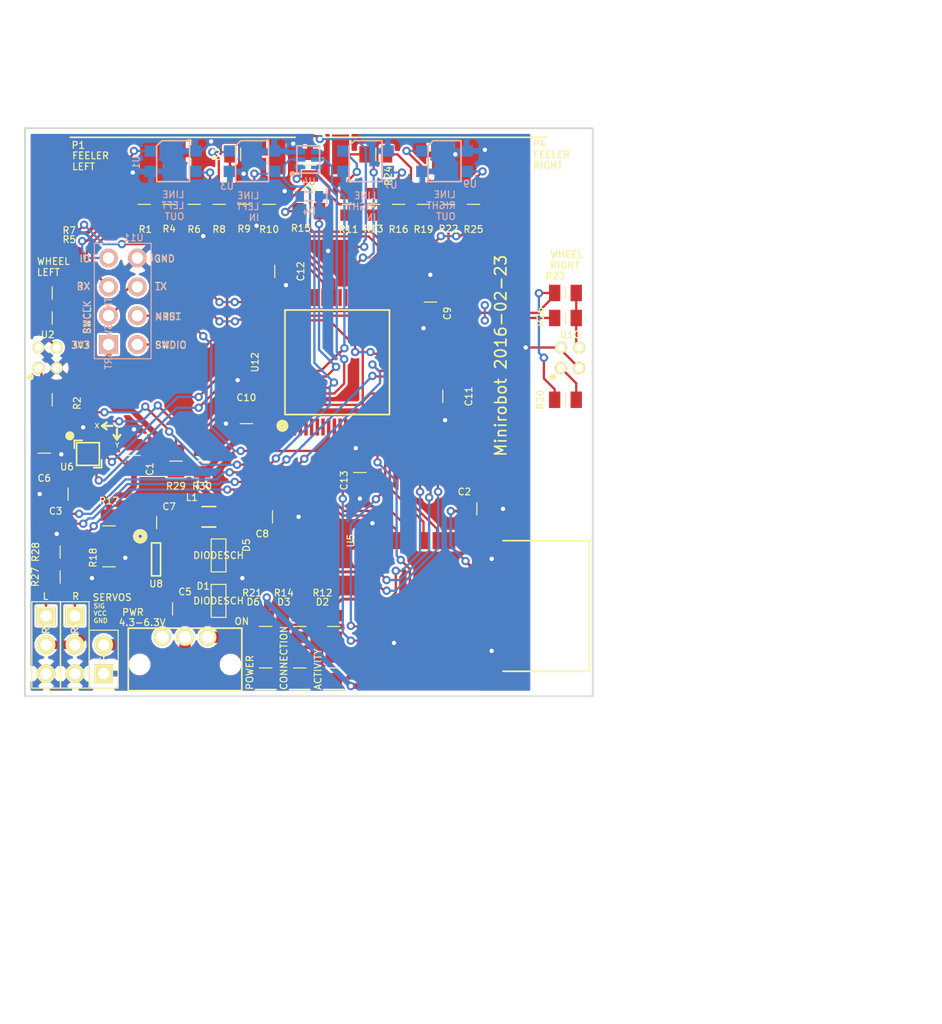
<source format=kicad_pcb>
(kicad_pcb (version 4) (host pcbnew "(2016-03-16 BZR 6623, Git 5de8545)-product")
  (layers (0 F.Cu signal) (31 B.Cu signal) (34 B.Paste user) (35 F.Paste user) (36 B.SilkS user) (37 F.SilkS user) (38 B.Mask user) (39 F.Mask user) (44 Edge.Cuts user))
  (net 0 "")
  (net 1 +3.3V)
  (net 2 GNDPWR)
  (net 3 Vcc)
  (net 4 "Net-(C6-Pad1)")
  (net 5 "Net-(C7-Pad1)")
  (net 6 "Net-(C7-Pad2)")
  (net 7 "Net-(D1-Pad1)")
  (net 8 "Net-(D2-Pad1)")
  (net 9 "Net-(D3-Pad1)")
  (net 10 "Net-(D4-Pad1)")
  (net 11 "Net-(D6-Pad1)")
  (net 12 /Sensors/SERVOLEFT)
  (net 13 "Net-(P3-Pad2)")
  (net 14 /Sensors/FEELERRIGHT)
  (net 15 /Sensors/SERVORIGHT)
  (net 16 "Net-(R1-Pad2)")
  (net 17 "Net-(R2-Pad2)")
  (net 18 /Sensors/FEELERLEFT)
  (net 19 "Net-(R4-Pad1)")
  (net 20 "Net-(R5-Pad1)")
  (net 21 /Sensors/LINELEFTOUT)
  (net 22 /Sensors/WHEELLEFT)
  (net 23 "Net-(R8-Pad2)")
  (net 24 "Net-(R10-Pad2)")
  (net 25 /Sensors/LINELEFTIN)
  (net 26 "Net-(R11-Pad2)")
  (net 27 /Bluetooth/BLEWS)
  (net 28 "Net-(R13-Pad1)")
  (net 29 /Bluetooth/BLECONN)
  (net 30 /Sensors/COLORLED)
  (net 31 /Sensors/LINERIGHTIN)
  (net 32 "Net-(R17-Pad2)")
  (net 33 "Net-(R19-Pad2)")
  (net 34 "Net-(R20-Pad2)")
  (net 35 "Net-(R22-Pad1)")
  (net 36 "Net-(R23-Pad1)")
  (net 37 /Sensors/LINERIGHTOUT)
  (net 38 /Sensors/WHEELRIGHT)
  (net 39 /VBAT)
  (net 40 /Compass/I2CSCL)
  (net 41 /Compass/I2CSDA)
  (net 42 "Net-(S1-Pad1)")
  (net 43 "Net-(U4-Pad4)")
  (net 44 /Sensors/COLORINT)
  (net 45 "Net-(U5-Pad2)")
  (net 46 "Net-(U5-Pad3)")
  (net 47 "Net-(U5-Pad4)")
  (net 48 /Bluetooth/BLEUARTTX)
  (net 49 /Bluetooth/BLEUARTRX)
  (net 50 /Bluetooth/BLEWAKESW)
  (net 51 /Bluetooth/BLEMLDP)
  (net 52 /Bluetooth/BLEMLDPEV)
  (net 53 "Net-(U5-Pad13)")
  (net 54 /Bluetooth/BLEUARTCTS)
  (net 55 /Bluetooth/BLEWAKEHW)
  (net 56 "Net-(U5-Pad17)")
  (net 57 /Bluetooth/BLEUARTRTS)
  (net 58 "Net-(U5-Pad19)")
  (net 59 "Net-(U5-Pad20)")
  (net 60 "Net-(U5-Pad21)")
  (net 61 "Net-(U5-Pad22)")
  (net 62 /Compass/COMPASSINT)
  (net 63 /Compass/COMPASSRDY)
  (net 64 /SWDIO)
  (net 65 /SWCLK)
  (net 66 /NRST)
  (net 67 /DEBUGRX)
  (net 68 /DEBUGTX)
  (net 69 /DEBUGGPIO)
  (net 70 "Net-(U12-Pad2)")
  (net 71 "Net-(U12-Pad3)")
  (net 72 "Net-(U12-Pad4)")
  (net 73 "Net-(U12-Pad5)")
  (net 74 "Net-(U12-Pad6)")
  (net 75 "Net-(U12-Pad25)")
  (net 76 "Net-(U12-Pad28)")
  (net 77 "Net-(U12-Pad29)")
  (net 78 "Net-(U12-Pad30)")
  (net 79 "Net-(U12-Pad39)")
  (net 80 "Net-(U12-Pad40)")
  (net 81 "Net-(U12-Pad44)")
  (net 82 "Net-(U12-Pad45)")
  (net 83 "Net-(U12-Pad50)")
  (net 84 "Net-(U12-Pad51)")
  (net 85 "Net-(U12-Pad52)")
  (net 86 "Net-(U12-Pad53)")
  (net 87 "Net-(U12-Pad54)")
  (net 88 "Net-(U12-Pad55)")
  (module kicadlib:HDRV8W64P254_2X4_1016X483X838P (layer B.Cu) (at 107.36 69.04 90)
    (fp_text reference U11 (at 9.4 2.2 180) (layer B.SilkS) (effects (font (size 0.6 0.6) (thickness 0.1)) (justify mirror)))
    (fp_text value STM32SWDUART (at 1.27 0 90) (layer B.SilkS) (effects (font (size 0.6 0.6) (thickness 0.1)) (justify mirror)))
    (pad 1 thru_hole rect (at 0 0 90) (size 1.65 1.65) (drill 1) (layers *.Cu *.Mask B.SilkS) (net 1 +3.3V))
    (pad 2 thru_hole circle (at 0 2.54 90) (size 1.65 1.65) (drill 1) (layers *.Cu *.Mask B.SilkS) (net 64 /SWDIO))
    (pad 3 thru_hole circle (at 2.54 0 90) (size 1.65 1.65) (drill 1) (layers *.Cu *.Mask B.SilkS) (net 65 /SWCLK))
    (pad 4 thru_hole circle (at 2.54 2.54 90) (size 1.65 1.65) (drill 1) (layers *.Cu *.Mask B.SilkS) (net 66 /NRST))
    (pad 5 thru_hole circle (at 5.08 0 90) (size 1.65 1.65) (drill 1) (layers *.Cu *.Mask B.SilkS) (net 67 /DEBUGRX))
    (pad 6 thru_hole circle (at 5.08 2.54 90) (size 1.65 1.65) (drill 1) (layers *.Cu *.Mask B.SilkS) (net 68 /DEBUGTX))
    (pad 7 thru_hole circle (at 7.62 0 90) (size 1.65 1.65) (drill 1) (layers *.Cu *.Mask B.SilkS) (net 69 /DEBUGGPIO))
    (pad 8 thru_hole circle (at 7.62 2.54 90) (size 1.65 1.65) (drill 1) (layers *.Cu *.Mask B.SilkS) (net 2 GNDPWR))
  )
  (module kicadlib:CAPC2012X100N (layer F.Cu) (at 109.6 78.8 90)
    (fp_text reference C1 (at -1.2 1.4 270) (layer F.SilkS) (effects (font (size 0.6 0.6) (thickness 0.1))))
    (fp_text value 0.1uF)
    (pad 1 smd rect (at -0.95 0 90) (size 1 1.45) (layers F.Cu F.Paste F.Mask) (net 1 +3.3V))
    (pad 2 smd rect (at 0.95 0 90) (size 1 1.45) (layers F.Cu F.Paste F.Mask) (net 2 GNDPWR))
  )
  (module kicadlib:CAPC2012X100N (layer F.Cu) (at 139.8 83.5)
    (fp_text reference C2 (at -1.1 -1.5 180) (layer F.SilkS) (effects (font (size 0.6 0.6) (thickness 0.1))))
    (fp_text value 10uF)
    (pad 1 smd rect (at -0.95 0) (size 1 1.45) (layers F.Cu F.Paste F.Mask) (net 1 +3.3V))
    (pad 2 smd rect (at 0.95 0) (size 1 1.45) (layers F.Cu F.Paste F.Mask) (net 2 GNDPWR))
  )
  (module kicadlib:CAPC2012X100N (layer F.Cu) (at 103.8 82.2 180)
    (fp_text reference C3 (at 1.1 -1.5 360) (layer F.SilkS) (effects (font (size 0.6 0.6) (thickness 0.1))))
    (fp_text value 1uF)
    (pad 1 smd rect (at -0.95 0 180) (size 1 1.45) (layers F.Cu F.Paste F.Mask) (net 1 +3.3V))
    (pad 2 smd rect (at 0.95 0 180) (size 1 1.45) (layers F.Cu F.Paste F.Mask) (net 2 GNDPWR))
  )
  (module kicadlib:CAPC2012X100N (layer F.Cu) (at 125.1 53.25 90)
    (fp_text reference C4 (at -2.15 0 180) (layer F.SilkS) (effects (font (size 0.6 0.6) (thickness 0.1))))
    (fp_text value 0.1uF)
    (pad 1 smd rect (at -0.95 0 90) (size 1 1.45) (layers F.Cu F.Paste F.Mask) (net 1 +3.3V))
    (pad 2 smd rect (at 0.95 0 90) (size 1 1.45) (layers F.Cu F.Paste F.Mask) (net 2 GNDPWR))
  )
  (module kicadlib:CAPC2012X100N (layer F.Cu) (at 113 92.3 180)
    (fp_text reference C5 (at -1.1 1.5 360) (layer F.SilkS) (effects (font (size 0.6 0.6) (thickness 0.1))))
    (fp_text value "10uF >6V")
    (pad 1 smd rect (at -0.95 0 180) (size 1 1.45) (layers F.Cu F.Paste F.Mask) (net 3 Vcc))
    (pad 2 smd rect (at 0.95 0 180) (size 1 1.45) (layers F.Cu F.Paste F.Mask) (net 2 GNDPWR))
  )
  (module kicadlib:CAPC2012X100N (layer F.Cu) (at 101.7 78.6 90)
    (fp_text reference C6 (at -2.2 0 180) (layer F.SilkS) (effects (font (size 0.6 0.6) (thickness 0.1))))
    (fp_text value 0.1uF)
    (pad 1 smd rect (at -0.95 0 90) (size 1 1.45) (layers F.Cu F.Paste F.Mask) (net 4 "Net-(C6-Pad1)"))
    (pad 2 smd rect (at 0.95 0 90) (size 1 1.45) (layers F.Cu F.Paste F.Mask) (net 2 GNDPWR))
  )
  (module kicadlib:CAPC2012X100N (layer F.Cu) (at 111.6 84.7)
    (fp_text reference C7 (at 1.1 -1.4 180) (layer F.SilkS) (effects (font (size 0.6 0.6) (thickness 0.1))))
    (fp_text value 0.012uF)
    (pad 1 smd rect (at -0.95 0) (size 1 1.45) (layers F.Cu F.Paste F.Mask) (net 5 "Net-(C7-Pad1)"))
    (pad 2 smd rect (at 0.95 0) (size 1 1.45) (layers F.Cu F.Paste F.Mask) (net 6 "Net-(C7-Pad2)"))
  )
  (module kicadlib:CAPC2012X100N (layer F.Cu) (at 121.8 84.2)
    (fp_text reference C8 (at -0.9 1.5 180) (layer F.SilkS) (effects (font (size 0.6 0.6) (thickness 0.1))))
    (fp_text value 10uF)
    (pad 1 smd rect (at -0.95 0) (size 1 1.45) (layers F.Cu F.Paste F.Mask) (net 1 +3.3V))
    (pad 2 smd rect (at 0.95 0) (size 1 1.45) (layers F.Cu F.Paste F.Mask) (net 2 GNDPWR))
  )
  (module kicadlib:CAPC2012X100N (layer F.Cu) (at 135.7 65.3 90)
    (fp_text reference C9 (at -1 1.5 270) (layer F.SilkS) (effects (font (size 0.6 0.6) (thickness 0.1))))
    (fp_text value 0.1uF)
    (pad 1 smd rect (at -0.95 0 90) (size 1 1.45) (layers F.Cu F.Paste F.Mask) (net 1 +3.3V))
    (pad 2 smd rect (at 0.95 0 90) (size 1 1.45) (layers F.Cu F.Paste F.Mask) (net 2 GNDPWR))
  )
  (module kicadlib:CAPC2012X100N (layer F.Cu) (at 119.5 76 90)
    (fp_text reference C10 (at 2.286 0 180) (layer F.SilkS) (effects (font (size 0.6 0.6) (thickness 0.1))))
    (fp_text value 0.1uF)
    (pad 1 smd rect (at -0.95 0 90) (size 1 1.45) (layers F.Cu F.Paste F.Mask) (net 1 +3.3V))
    (pad 2 smd rect (at 0.95 0 90) (size 1 1.45) (layers F.Cu F.Paste F.Mask) (net 2 GNDPWR))
  )
  (module kicadlib:CAPC2012X100N (layer F.Cu) (at 136.8 73.6)
    (fp_text reference C11 (at 2.286 0 90) (layer F.SilkS) (effects (font (size 0.6 0.6) (thickness 0.1))))
    (fp_text value 0.1uF)
    (pad 1 smd rect (at -0.95 0) (size 1 1.45) (layers F.Cu F.Paste F.Mask) (net 1 +3.3V))
    (pad 2 smd rect (at 0.95 0) (size 1 1.45) (layers F.Cu F.Paste F.Mask) (net 2 GNDPWR))
  )
  (module kicadlib:CAPC2012X100N (layer F.Cu) (at 122 62.6)
    (fp_text reference C12 (at 2.286 0 90) (layer F.SilkS) (effects (font (size 0.6 0.6) (thickness 0.1))))
    (fp_text value 0.1uF)
    (pad 1 smd rect (at -0.95 0) (size 1 1.45) (layers F.Cu F.Paste F.Mask) (net 1 +3.3V))
    (pad 2 smd rect (at 0.95 0) (size 1 1.45) (layers F.Cu F.Paste F.Mask) (net 2 GNDPWR))
  )
  (module kicadlib:CAPC2012X100N (layer F.Cu) (at 129.5 80.3 270)
    (fp_text reference C13 (at 0.7 1.4 450) (layer F.SilkS) (effects (font (size 0.6 0.6) (thickness 0.1))))
    (fp_text value 0.1uF)
    (pad 1 smd rect (at -0.95 0 270) (size 1 1.45) (layers F.Cu F.Paste F.Mask) (net 1 +3.3V))
    (pad 2 smd rect (at 0.95 0 270) (size 1 1.45) (layers F.Cu F.Paste F.Mask) (net 2 GNDPWR))
  )
  (module kicadlib:SOT95P237X112_132-3N (layer F.Cu) (at 117.05 91.6 180)
    (fp_text reference D1 (at 1.35 1.3 180) (layer F.SilkS) (effects (font (size 0.6 0.6) (thickness 0.1))))
    (fp_text value DIODESCH (at 0 0 180) (layer F.SilkS) (effects (font (size 0.6 0.6) (thickness 0.1))))
    (pad 1 smd rect (at -1.05 -0.95 180) (size 1.3 0.6) (layers F.Cu F.Paste F.Mask) (net 7 "Net-(D1-Pad1)"))
    (pad 3 smd rect (at -1.05 0.95 180) (size 1.3 0.6) (layers F.Cu F.Paste F.Mask))
    (pad 2 smd rect (at 1.05 0 180) (size 1.3 0.6) (layers F.Cu F.Paste F.Mask) (net 3 Vcc))
  )
  (module kicadlib:LEDC2012X100N (layer F.Cu) (at 127.2 97.5 270)
    (fp_text reference D2 (at -5.8 1 540) (layer F.SilkS) (effects (font (size 0.6 0.6) (thickness 0.1))))
    (fp_text value ACTIVITY-BLUE)
    (pad 1 smd rect (at -0.95 0 270) (size 1 1.45) (layers F.Cu F.Paste F.Mask) (net 8 "Net-(D2-Pad1)"))
    (pad 2 smd rect (at 0.95 0 270) (size 1 1.45) (layers F.Cu F.Paste F.Mask) (net 2 GNDPWR))
  )
  (module kicadlib:LEDC2012X100N (layer F.Cu) (at 124.2 97.5 270)
    (fp_text reference D3 (at -5.8 1.4 540) (layer F.SilkS) (effects (font (size 0.6 0.6) (thickness 0.1))))
    (fp_text value CONN-GREEN)
    (pad 1 smd rect (at -0.95 0 270) (size 1 1.45) (layers F.Cu F.Paste F.Mask) (net 9 "Net-(D3-Pad1)"))
    (pad 2 smd rect (at 0.95 0 270) (size 1 1.45) (layers F.Cu F.Paste F.Mask) (net 2 GNDPWR))
  )
  (module kicadlib:LEDC1608X40N (layer B.Cu) (at 125.05 56)
    (fp_text reference D4 (at 0 1.3) (layer B.SilkS) (effects (font (size 0.6 0.6) (thickness 0.1)) (justify mirror)))
    (fp_text value LED)
    (pad 1 smd rect (at -0.85 0) (size 0.75 0.95) (layers B.Cu B.Paste B.Mask) (net 10 "Net-(D4-Pad1)"))
    (pad 2 smd rect (at 0.85 0) (size 0.75 0.95) (layers B.Cu B.Paste B.Mask) (net 2 GNDPWR))
  )
  (module kicadlib:SOT95P237X112_132-3N (layer F.Cu) (at 117.05 87.6 180)
    (fp_text reference D5 (at -2.45 0.9 270) (layer F.SilkS) (effects (font (size 0.6 0.6) (thickness 0.1))))
    (fp_text value DIODESCH (at 0 0 180) (layer F.SilkS) (effects (font (size 0.6 0.6) (thickness 0.1))))
    (pad 1 smd rect (at -1.05 -0.95 180) (size 1.3 0.6) (layers F.Cu F.Paste F.Mask) (net 2 GNDPWR))
    (pad 3 smd rect (at -1.05 0.95 180) (size 1.3 0.6) (layers F.Cu F.Paste F.Mask))
    (pad 2 smd rect (at 1.05 0 180) (size 1.3 0.6) (layers F.Cu F.Paste F.Mask) (net 6 "Net-(C7-Pad2)"))
  )
  (module kicadlib:LEDC2012X100N (layer F.Cu) (at 121.2 97.5 270)
    (fp_text reference D6 (at -5.8 1.1 540) (layer F.SilkS) (effects (font (size 0.6 0.6) (thickness 0.1))))
    (fp_text value 3V3LED)
    (pad 1 smd rect (at -0.95 0 270) (size 1 1.45) (layers F.Cu F.Paste F.Mask) (net 11 "Net-(D6-Pad1)"))
    (pad 2 smd rect (at 0.95 0 270) (size 1 1.45) (layers F.Cu F.Paste F.Mask) (net 2 GNDPWR))
  )
  (module kicadlib:INDC3218X180N (layer F.Cu) (at 116.2 84.2 180)
    (fp_text reference L1 (at 1.5 1.7 180) (layer F.SilkS) (effects (font (size 0.6 0.6) (thickness 0.1))))
    (fp_text value 4.7uH)
    (pad 1 smd rect (at -1.5 0 180) (size 1.1 1.95) (layers F.Cu F.Paste F.Mask) (net 1 +3.3V))
    (pad 2 smd rect (at 1.5 0 180) (size 1.1 1.95) (layers F.Cu F.Paste F.Mask) (net 6 "Net-(C7-Pad2)"))
  )
  (module kicadlib:HDRV3W66P254_1X3_762X249X838P (layer F.Cu) (at 101.858 92.926 270)
    (fp_text reference P2 hide)
    (fp_text value SERVO (at 1.27 0 270) (layer F.SilkS) (effects (font (size 0.6 0.6) (thickness 0.1))))
    (pad 1 thru_hole rect (at 0 0 270) (size 1.65 1.65) (drill 1) (layers *.Cu *.Mask F.SilkS) (net 12 /Sensors/SERVOLEFT))
    (pad 2 thru_hole circle (at 2.54 0 270) (size 1.65 1.65) (drill 1) (layers *.Cu *.Mask F.SilkS) (net 3 Vcc))
    (pad 3 thru_hole circle (at 5.08 0 270) (size 1.65 1.65) (drill 1) (layers *.Cu *.Mask F.SilkS) (net 2 GNDPWR))
  )
  (module kicadlib:HDRV2W66P254_1X2_508X249X838P (layer F.Cu) (at 106.938 98.006 90)
    (fp_text reference P3 hide)
    (fp_text value BATTERY (at 1.27 0 90) (layer F.SilkS) (effects (font (size 0.6 0.6) (thickness 0.1))))
    (pad 1 thru_hole rect (at 0 0 90) (size 1.65 1.65) (drill 1) (layers *.Cu *.Mask F.SilkS) (net 2 GNDPWR))
    (pad 2 thru_hole circle (at 2.54 0 90) (size 1.65 1.65) (drill 1) (layers *.Cu *.Mask F.SilkS) (net 13 "Net-(P3-Pad2)"))
  )
  (module kicadlib:HDRV3W66P254_1X3_762X249X838P (layer F.Cu) (at 104.398 92.926 270)
    (fp_text reference P5 hide)
    (fp_text value SERVO (at 1.27 0 270) (layer F.SilkS) (effects (font (size 0.6 0.6) (thickness 0.1))))
    (pad 1 thru_hole rect (at 0 0 270) (size 1.65 1.65) (drill 1) (layers *.Cu *.Mask F.SilkS) (net 15 /Sensors/SERVORIGHT))
    (pad 2 thru_hole circle (at 2.54 0 270) (size 1.65 1.65) (drill 1) (layers *.Cu *.Mask F.SilkS) (net 3 Vcc))
    (pad 3 thru_hole circle (at 5.08 0 270) (size 1.65 1.65) (drill 1) (layers *.Cu *.Mask F.SilkS) (net 2 GNDPWR))
  )
  (module kicadlib:RESC2012X100N (layer F.Cu) (at 110.5 56.7 90)
    (fp_text reference R1 (at -2.2 0.1 180) (layer F.SilkS) (effects (font (size 0.6 0.6) (thickness 0.1))))
    (fp_text value 51R)
    (pad 1 smd rect (at -0.95 0 90) (size 1 1.45) (layers F.Cu F.Paste F.Mask) (net 1 +3.3V))
    (pad 2 smd rect (at 0.95 0 90) (size 1 1.45) (layers F.Cu F.Paste F.Mask) (net 16 "Net-(R1-Pad2)"))
  )
  (module kicadlib:RESC2012X100N (layer F.Cu) (at 102.4 73.9 180)
    (fp_text reference R2 (at -2.2 -0.3 450) (layer F.SilkS) (effects (font (size 0.6 0.6) (thickness 0.1))))
    (fp_text value 51R)
    (pad 1 smd rect (at -0.95 0 180) (size 1 1.45) (layers F.Cu F.Paste F.Mask) (net 1 +3.3V))
    (pad 2 smd rect (at 0.95 0 180) (size 1 1.45) (layers F.Cu F.Paste F.Mask) (net 17 "Net-(R2-Pad2)"))
  )
  (module kicadlib:RESC2012X100N (layer F.Cu) (at 119 52.3 180)
    (fp_text reference R3 (at 2.159 0 270) (layer F.SilkS) (effects (font (size 0.6 0.6) (thickness 0.1))))
    (fp_text value 10K)
    (pad 1 smd rect (at -0.95 0 180) (size 1 1.45) (layers F.Cu F.Paste F.Mask) (net 18 /Sensors/FEELERLEFT))
    (pad 2 smd rect (at 0.95 0 180) (size 1 1.45) (layers F.Cu F.Paste F.Mask) (net 1 +3.3V))
  )
  (module kicadlib:RESC2012X100N (layer F.Cu) (at 112.7 56.7 270)
    (fp_text reference R4 (at 2.159 0 360) (layer F.SilkS) (effects (font (size 0.6 0.6) (thickness 0.1))))
    (fp_text value 10K)
    (pad 1 smd rect (at -0.95 0 270) (size 1 1.45) (layers F.Cu F.Paste F.Mask) (net 19 "Net-(R4-Pad1)"))
    (pad 2 smd rect (at 0.95 0 270) (size 1 1.45) (layers F.Cu F.Paste F.Mask) (net 1 +3.3V))
  )
  (module kicadlib:RESC2012X100N (layer F.Cu) (at 102.4 66.7)
    (fp_text reference R5 (at 1.5 -6.9 180) (layer F.SilkS) (effects (font (size 0.6 0.6) (thickness 0.1))))
    (fp_text value 10K)
    (pad 1 smd rect (at -0.95 0) (size 1 1.45) (layers F.Cu F.Paste F.Mask) (net 20 "Net-(R5-Pad1)"))
    (pad 2 smd rect (at 0.95 0) (size 1 1.45) (layers F.Cu F.Paste F.Mask) (net 1 +3.3V))
  )
  (module kicadlib:RESC2012X100N (layer F.Cu) (at 114.9 56.7 90)
    (fp_text reference R6 (at -2.2 0 180) (layer F.SilkS) (effects (font (size 0.6 0.6) (thickness 0.1))))
    (fp_text value 0R)
    (pad 1 smd rect (at -0.95 0 90) (size 1 1.45) (layers F.Cu F.Paste F.Mask) (net 21 /Sensors/LINELEFTOUT))
    (pad 2 smd rect (at 0.95 0 90) (size 1 1.45) (layers F.Cu F.Paste F.Mask) (net 19 "Net-(R4-Pad1)"))
  )
  (module kicadlib:RESC2012X100N (layer F.Cu) (at 102.4 64.5 180)
    (fp_text reference R7 (at -1.5 5.5 360) (layer F.SilkS) (effects (font (size 0.6 0.6) (thickness 0.1))))
    (fp_text value 0R)
    (pad 1 smd rect (at -0.95 0 180) (size 1 1.45) (layers F.Cu F.Paste F.Mask) (net 22 /Sensors/WHEELLEFT))
    (pad 2 smd rect (at 0.95 0 180) (size 1 1.45) (layers F.Cu F.Paste F.Mask) (net 20 "Net-(R5-Pad1)"))
  )
  (module kicadlib:RESC2012X100N (layer F.Cu) (at 117.1 56.7 90)
    (fp_text reference R8 (at -2.2 0 180) (layer F.SilkS) (effects (font (size 0.6 0.6) (thickness 0.1))))
    (fp_text value 51R)
    (pad 1 smd rect (at -0.95 0 90) (size 1 1.45) (layers F.Cu F.Paste F.Mask) (net 1 +3.3V))
    (pad 2 smd rect (at 0.95 0 90) (size 1 1.45) (layers F.Cu F.Paste F.Mask) (net 23 "Net-(R8-Pad2)"))
  )
  (module kicadlib:RESC2012X100N (layer F.Cu) (at 119.3 56.7 270)
    (fp_text reference R9 (at 2.159 0 360) (layer F.SilkS) (effects (font (size 0.6 0.6) (thickness 0.1))))
    (fp_text value 10K)
    (pad 1 smd rect (at -0.95 0 270) (size 1 1.45) (layers F.Cu F.Paste F.Mask) (net 24 "Net-(R10-Pad2)"))
    (pad 2 smd rect (at 0.95 0 270) (size 1 1.45) (layers F.Cu F.Paste F.Mask) (net 1 +3.3V))
  )
  (module kicadlib:RESC2012X100N (layer F.Cu) (at 121.5 56.7 90)
    (fp_text reference R10 (at -2.2 0 180) (layer F.SilkS) (effects (font (size 0.6 0.6) (thickness 0.1))))
    (fp_text value 0R)
    (pad 1 smd rect (at -0.95 0 90) (size 1 1.45) (layers F.Cu F.Paste F.Mask) (net 25 /Sensors/LINELEFTIN))
    (pad 2 smd rect (at 0.95 0 90) (size 1 1.45) (layers F.Cu F.Paste F.Mask) (net 24 "Net-(R10-Pad2)"))
  )
  (module kicadlib:RESC2012X100N (layer F.Cu) (at 128.5 56.7 90)
    (fp_text reference R11 (at -2.2 0 180) (layer F.SilkS) (effects (font (size 0.6 0.6) (thickness 0.1))))
    (fp_text value 51R)
    (pad 1 smd rect (at -0.95 0 90) (size 1 1.45) (layers F.Cu F.Paste F.Mask) (net 1 +3.3V))
    (pad 2 smd rect (at 0.95 0 90) (size 1 1.45) (layers F.Cu F.Paste F.Mask) (net 26 "Net-(R11-Pad2)"))
  )
  (module kicadlib:RESC2012X100N (layer F.Cu) (at 127.2 93.85 270)
    (fp_text reference R12 (at -2.95 1 360) (layer F.SilkS) (effects (font (size 0.6 0.6) (thickness 0.1))))
    (fp_text value 100R)
    (pad 1 smd rect (at -0.95 0 270) (size 1 1.45) (layers F.Cu F.Paste F.Mask) (net 27 /Bluetooth/BLEWS))
    (pad 2 smd rect (at 0.95 0 270) (size 1 1.45) (layers F.Cu F.Paste F.Mask) (net 8 "Net-(D2-Pad1)"))
  )
  (module kicadlib:RESC2012X100N (layer F.Cu) (at 130.7 56.7 270)
    (fp_text reference R13 (at 2.159 0 360) (layer F.SilkS) (effects (font (size 0.6 0.6) (thickness 0.1))))
    (fp_text value 10K)
    (pad 1 smd rect (at -0.95 0 270) (size 1 1.45) (layers F.Cu F.Paste F.Mask) (net 28 "Net-(R13-Pad1)"))
    (pad 2 smd rect (at 0.95 0 270) (size 1 1.45) (layers F.Cu F.Paste F.Mask) (net 1 +3.3V))
  )
  (module kicadlib:RESC2012X100N (layer F.Cu) (at 124.2 93.85 270)
    (fp_text reference R14 (at -2.95 1.4 360) (layer F.SilkS) (effects (font (size 0.6 0.6) (thickness 0.1))))
    (fp_text value 100R)
    (pad 1 smd rect (at -0.95 0 270) (size 1 1.45) (layers F.Cu F.Paste F.Mask) (net 29 /Bluetooth/BLECONN))
    (pad 2 smd rect (at 0.95 0 270) (size 1 1.45) (layers F.Cu F.Paste F.Mask) (net 9 "Net-(D3-Pad1)"))
  )
  (module kicadlib:RESC2012X100N (layer F.Cu) (at 125 57.3)
    (fp_text reference R15 (at -0.7 1.5 180) (layer F.SilkS) (effects (font (size 0.6 0.6) (thickness 0.1))))
    (fp_text value 51R)
    (pad 1 smd rect (at -0.95 0) (size 1 1.45) (layers F.Cu F.Paste F.Mask) (net 10 "Net-(D4-Pad1)"))
    (pad 2 smd rect (at 0.95 0) (size 1 1.45) (layers F.Cu F.Paste F.Mask) (net 30 /Sensors/COLORLED))
  )
  (module kicadlib:RESC2012X100N (layer F.Cu) (at 132.9 56.7 90)
    (fp_text reference R16 (at -2.2 0 180) (layer F.SilkS) (effects (font (size 0.6 0.6) (thickness 0.1))))
    (fp_text value 0R)
    (pad 1 smd rect (at -0.95 0 90) (size 1 1.45) (layers F.Cu F.Paste F.Mask) (net 31 /Sensors/LINERIGHTIN))
    (pad 2 smd rect (at 0.95 0 90) (size 1 1.45) (layers F.Cu F.Paste F.Mask) (net 28 "Net-(R13-Pad1)"))
  )
  (module kicadlib:RESC2012X100N (layer F.Cu) (at 107.4 85 270)
    (fp_text reference R17 (at -2.2 0 360) (layer F.SilkS) (effects (font (size 0.6 0.6) (thickness 0.1))))
    (fp_text value 62K)
    (pad 1 smd rect (at -0.95 0 270) (size 1 1.45) (layers F.Cu F.Paste F.Mask) (net 1 +3.3V))
    (pad 2 smd rect (at 0.95 0 270) (size 1 1.45) (layers F.Cu F.Paste F.Mask) (net 32 "Net-(R17-Pad2)"))
  )
  (module kicadlib:RESC2012X100N (layer F.Cu) (at 107.4 88.6 270)
    (fp_text reference R18 (at -0.8 1.4 450) (layer F.SilkS) (effects (font (size 0.6 0.6) (thickness 0.1))))
    (fp_text value 20K)
    (pad 1 smd rect (at -0.95 0 270) (size 1 1.45) (layers F.Cu F.Paste F.Mask) (net 32 "Net-(R17-Pad2)"))
    (pad 2 smd rect (at 0.95 0 270) (size 1 1.45) (layers F.Cu F.Paste F.Mask) (net 2 GNDPWR))
  )
  (module kicadlib:RESC2012X100N (layer F.Cu) (at 135.1 56.7 90)
    (fp_text reference R19 (at -2.2 0 180) (layer F.SilkS) (effects (font (size 0.6 0.6) (thickness 0.1))))
    (fp_text value 51R)
    (pad 1 smd rect (at -0.95 0 90) (size 1 1.45) (layers F.Cu F.Paste F.Mask) (net 1 +3.3V))
    (pad 2 smd rect (at 0.95 0 90) (size 1 1.45) (layers F.Cu F.Paste F.Mask) (net 33 "Net-(R19-Pad2)"))
  )
  (module kicadlib:RESC2012X100N (layer F.Cu) (at 147.6 73.9)
    (fp_text reference R20 (at -2.2 0 90) (layer F.SilkS) (effects (font (size 0.6 0.6) (thickness 0.1))))
    (fp_text value 51R)
    (pad 1 smd rect (at -0.95 0) (size 1 1.45) (layers F.Cu F.Paste F.Mask) (net 1 +3.3V))
    (pad 2 smd rect (at 0.95 0) (size 1 1.45) (layers F.Cu F.Paste F.Mask) (net 34 "Net-(R20-Pad2)"))
  )
  (module kicadlib:RESC2012X100N (layer F.Cu) (at 121.2 93.85 270)
    (fp_text reference R21 (at -2.95 1.2 540) (layer F.SilkS) (effects (font (size 0.6 0.6) (thickness 0.1))))
    (fp_text value 100R)
    (pad 1 smd rect (at -0.95 0 270) (size 1 1.45) (layers F.Cu F.Paste F.Mask) (net 1 +3.3V))
    (pad 2 smd rect (at 0.95 0 270) (size 1 1.45) (layers F.Cu F.Paste F.Mask) (net 11 "Net-(D6-Pad1)"))
  )
  (module kicadlib:RESC2012X100N (layer F.Cu) (at 137.3 56.7 270)
    (fp_text reference R22 (at 2.159 0 360) (layer F.SilkS) (effects (font (size 0.6 0.6) (thickness 0.1))))
    (fp_text value 10K)
    (pad 1 smd rect (at -0.95 0 270) (size 1 1.45) (layers F.Cu F.Paste F.Mask) (net 35 "Net-(R22-Pad1)"))
    (pad 2 smd rect (at 0.95 0 270) (size 1 1.45) (layers F.Cu F.Paste F.Mask) (net 1 +3.3V))
  )
  (module kicadlib:RESC2012X100N (layer F.Cu) (at 147.6 64.5 180)
    (fp_text reference R23 (at 0.9 1.5 360) (layer F.SilkS) (effects (font (size 0.6 0.6) (thickness 0.1))))
    (fp_text value 10K)
    (pad 1 smd rect (at -0.95 0 180) (size 1 1.45) (layers F.Cu F.Paste F.Mask) (net 36 "Net-(R23-Pad1)"))
    (pad 2 smd rect (at 0.95 0 180) (size 1 1.45) (layers F.Cu F.Paste F.Mask) (net 1 +3.3V))
  )
  (module kicadlib:RESC2012X100N (layer F.Cu) (at 130.9 52.3)
    (fp_text reference R24 (at 1.1 1.9 270) (layer F.SilkS) (effects (font (size 0.6 0.6) (thickness 0.1))))
    (fp_text value 10K)
    (pad 1 smd rect (at -0.95 0) (size 1 1.45) (layers F.Cu F.Paste F.Mask) (net 14 /Sensors/FEELERRIGHT))
    (pad 2 smd rect (at 0.95 0) (size 1 1.45) (layers F.Cu F.Paste F.Mask) (net 1 +3.3V))
  )
  (module kicadlib:RESC2012X100N (layer F.Cu) (at 139.5 56.7 90)
    (fp_text reference R25 (at -2.2 0 180) (layer F.SilkS) (effects (font (size 0.6 0.6) (thickness 0.1))))
    (fp_text value 0R)
    (pad 1 smd rect (at -0.95 0 90) (size 1 1.45) (layers F.Cu F.Paste F.Mask) (net 37 /Sensors/LINERIGHTOUT))
    (pad 2 smd rect (at 0.95 0 90) (size 1 1.45) (layers F.Cu F.Paste F.Mask) (net 35 "Net-(R22-Pad1)"))
  )
  (module kicadlib:RESC2012X100N (layer F.Cu) (at 147.6 66.7)
    (fp_text reference R26 (at -2.2 -0.1 90) (layer F.SilkS) (effects (font (size 0.6 0.6) (thickness 0.1))))
    (fp_text value 0R)
    (pad 1 smd rect (at -0.95 0) (size 1 1.45) (layers F.Cu F.Paste F.Mask) (net 38 /Sensors/WHEELRIGHT))
    (pad 2 smd rect (at 0.95 0) (size 1 1.45) (layers F.Cu F.Paste F.Mask) (net 36 "Net-(R23-Pad1)"))
  )
  (module kicadlib:RESC2012X100N (layer F.Cu) (at 103.1 89.5)
    (fp_text reference R27 (at -2.2 0 90) (layer F.SilkS) (effects (font (size 0.6 0.6) (thickness 0.1))))
    (fp_text value 10K)
    (pad 1 smd rect (at -0.95 0) (size 1 1.45) (layers F.Cu F.Paste F.Mask) (net 3 Vcc))
    (pad 2 smd rect (at 0.95 0) (size 1 1.45) (layers F.Cu F.Paste F.Mask) (net 39 /VBAT))
  )
  (module kicadlib:RESC2012X100N (layer F.Cu) (at 103.1 87.3 180)
    (fp_text reference R28 (at 2.159 0 270) (layer F.SilkS) (effects (font (size 0.6 0.6) (thickness 0.1))))
    (fp_text value 10K)
    (pad 1 smd rect (at -0.95 0 180) (size 1 1.45) (layers F.Cu F.Paste F.Mask) (net 39 /VBAT))
    (pad 2 smd rect (at 0.95 0 180) (size 1 1.45) (layers F.Cu F.Paste F.Mask) (net 2 GNDPWR))
  )
  (module kicadlib:RESC2012X100N (layer F.Cu) (at 113.3 79.3 90)
    (fp_text reference R29 (at -2.2 0 180) (layer F.SilkS) (effects (font (size 0.6 0.6) (thickness 0.1))))
    (fp_text value 4.7K)
    (pad 1 smd rect (at -0.95 0 90) (size 1 1.45) (layers F.Cu F.Paste F.Mask) (net 1 +3.3V))
    (pad 2 smd rect (at 0.95 0 90) (size 1 1.45) (layers F.Cu F.Paste F.Mask) (net 40 /Compass/I2CSCL))
  )
  (module kicadlib:RESC2012X100N (layer F.Cu) (at 115.6 79.3 90)
    (fp_text reference R30 (at -2.2 0 180) (layer F.SilkS) (effects (font (size 0.6 0.6) (thickness 0.1))))
    (fp_text value 4.7K)
    (pad 1 smd rect (at -0.95 0 90) (size 1 1.45) (layers F.Cu F.Paste F.Mask) (net 1 +3.3V))
    (pad 2 smd rect (at 0.95 0 90) (size 1 1.45) (layers F.Cu F.Paste F.Mask) (net 41 /Compass/I2CSDA))
  )
  (module kicadlib:COPAL-MFS101D-6-Z (layer F.Cu) (at 114.1 94.8 180)
    (fp_text reference S1 hide)
    (fp_text value POWER)
    (pad 1 thru_hole circle (at 2 0 180) (size 1.524 1.524) (drill 1.1) (layers *.Cu *.Mask F.SilkS) (net 42 "Net-(S1-Pad1)"))
    (pad 2 thru_hole circle (at 0 0 180) (size 1.524 1.524) (drill 1.1) (layers *.Cu *.Mask F.SilkS) (net 13 "Net-(P3-Pad2)"))
    (pad 3 thru_hole circle (at -2 0 180) (size 1.524 1.524) (drill 1.1) (layers *.Cu *.Mask F.SilkS) (net 7 "Net-(D1-Pad1)"))
    (pad "" np_thru_hole circle (at 4 -2.4 180) (size 1.5 1.5) (drill 1.5) (layers *.Cu *.Mask F.SilkS))
    (pad "" np_thru_hole circle (at -4 -2.4 180) (size 1.5 1.5) (drill 1.5) (layers *.Cu *.Mask F.SilkS))
  )
  (module kicadlib:QRE1113GR (layer B.Cu) (at 113.05 52.9)
    (fp_text reference U1 (at -3.25 0.1 90) (layer B.SilkS) (effects (font (size 0.6 0.6) (thickness 0.1)) (justify mirror)))
    (fp_text value LINELEFTOUT)
    (pad 1 smd rect (at -1.95 -0.9) (size 1.1 1) (layers B.Cu B.Paste B.Mask) (net 16 "Net-(R1-Pad2)"))
    (pad 2 smd rect (at 1.95 -0.9) (size 1.1 1) (layers B.Cu B.Paste B.Mask) (net 2 GNDPWR))
    (pad 3 smd rect (at 1.95 0.9) (size 1.1 1) (layers B.Cu B.Paste B.Mask) (net 19 "Net-(R4-Pad1)"))
    (pad 4 smd rect (at -1.95 0.9) (size 1.1 1) (layers B.Cu B.Paste B.Mask) (net 2 GNDPWR))
  )
  (module kicadlib:QRE1113-RA (layer F.Cu) (at 102 70.2)
    (fp_text reference U2 (at 0 -2.032) (layer F.SilkS) (effects (font (size 0.6 0.6) (thickness 0.1))))
    (fp_text value WHEELLEFT)
    (pad 1 thru_hole circle (at -0.8 0.9) (size 1.055599 1.055599) (drill 0.7) (layers *.Cu *.Mask F.SilkS) (net 17 "Net-(R2-Pad2)"))
    (pad 2 thru_hole circle (at 0.8 0.9) (size 1.055599 1.055599) (drill 0.7) (layers *.Cu *.Mask F.SilkS) (net 2 GNDPWR))
    (pad 3 thru_hole circle (at 0.8 -0.9) (size 1.055599 1.055599) (drill 0.7) (layers *.Cu *.Mask F.SilkS) (net 20 "Net-(R5-Pad1)"))
    (pad 4 thru_hole circle (at -0.8 -0.9) (size 1.055599 1.055599) (drill 0.7) (layers *.Cu *.Mask F.SilkS) (net 2 GNDPWR))
  )
  (module kicadlib:QRE1113GR (layer B.Cu) (at 120 52.9)
    (fp_text reference U3 (at -2.2 2.2 180) (layer B.SilkS) (effects (font (size 0.6 0.6) (thickness 0.1)) (justify mirror)))
    (fp_text value LINELEFTIN)
    (pad 1 smd rect (at -1.95 -0.9) (size 1.1 1) (layers B.Cu B.Paste B.Mask) (net 23 "Net-(R8-Pad2)"))
    (pad 2 smd rect (at 1.95 -0.9) (size 1.1 1) (layers B.Cu B.Paste B.Mask) (net 2 GNDPWR))
    (pad 3 smd rect (at 1.95 0.9) (size 1.1 1) (layers B.Cu B.Paste B.Mask) (net 24 "Net-(R10-Pad2)"))
    (pad 4 smd rect (at -1.95 0.9) (size 1.1 1) (layers B.Cu B.Paste B.Mask) (net 2 GNDPWR))
  )
  (module kicadlib:TCS3472 (layer B.Cu) (at 124.95 52.75)
    (fp_text reference U4 (at 0.05 1.95) (layer B.SilkS) (effects (font (size 0.6 0.6) (thickness 0.1)) (justify mirror)))
    (fp_text value TCS3472)
    (pad 1 smd rect (at -0.75 0.65) (size 1 0.4) (layers B.Cu B.Paste B.Mask) (net 1 +3.3V))
    (pad 2 smd rect (at -0.75 0) (size 1 0.4) (layers B.Cu B.Paste B.Mask) (net 40 /Compass/I2CSCL))
    (pad 3 smd rect (at -0.75 -0.65) (size 1 0.4) (layers B.Cu B.Paste B.Mask) (net 2 GNDPWR))
    (pad 4 smd rect (at 0.75 -0.65) (size 1 0.4) (layers B.Cu B.Paste B.Mask) (net 43 "Net-(U4-Pad4)"))
    (pad 5 smd rect (at 0.75 0) (size 1 0.4) (layers B.Cu B.Paste B.Mask) (net 44 /Sensors/COLORINT))
    (pad 6 smd rect (at 0.75 0.65) (size 1 0.4) (layers B.Cu B.Paste B.Mask) (net 41 /Compass/I2CSDA))
  )
  (module kicadlib:QRE1113GR (layer B.Cu) (at 130 52.9)
    (fp_text reference U7 (at 2.2 2.1 180) (layer B.SilkS) (effects (font (size 0.6 0.6) (thickness 0.1)) (justify mirror)))
    (fp_text value LINERIGHTIN)
    (pad 1 smd rect (at -1.95 -0.9) (size 1.1 1) (layers B.Cu B.Paste B.Mask) (net 26 "Net-(R11-Pad2)"))
    (pad 2 smd rect (at 1.95 -0.9) (size 1.1 1) (layers B.Cu B.Paste B.Mask) (net 2 GNDPWR))
    (pad 3 smd rect (at 1.95 0.9) (size 1.1 1) (layers B.Cu B.Paste B.Mask) (net 28 "Net-(R13-Pad1)"))
    (pad 4 smd rect (at -1.95 0.9) (size 1.1 1) (layers B.Cu B.Paste B.Mask) (net 2 GNDPWR))
  )
  (module kicadlib:SOT95P270X145-6N (layer F.Cu) (at 111.55 87.95)
    (fp_text reference U8 (at 0 2.15) (layer F.SilkS) (effects (font (size 0.6 0.6) (thickness 0.1))))
    (fp_text value DIODES-AP3211)
    (pad 1 smd rect (at -1.35 -0.95) (size 1.25 0.6) (layers F.Cu F.Paste F.Mask) (net 5 "Net-(C7-Pad1)"))
    (pad 2 smd rect (at -1.35 0) (size 1.25 0.6) (layers F.Cu F.Paste F.Mask) (net 2 GNDPWR))
    (pad 3 smd rect (at -1.35 0.95) (size 1.25 0.6) (layers F.Cu F.Paste F.Mask) (net 32 "Net-(R17-Pad2)"))
    (pad 4 smd rect (at 1.35 0.95) (size 1.25 0.6) (layers F.Cu F.Paste F.Mask) (net 3 Vcc))
    (pad 5 smd rect (at 1.35 0) (size 1.25 0.6) (layers F.Cu F.Paste F.Mask) (net 3 Vcc))
    (pad 6 smd rect (at 1.35 -0.95) (size 1.25 0.6) (layers F.Cu F.Paste F.Mask) (net 6 "Net-(C7-Pad2)"))
  )
  (module kicadlib:QRE1113GR (layer B.Cu) (at 136.95 52.9)
    (fp_text reference U9 (at 2.25 2) (layer B.SilkS) (effects (font (size 0.6 0.6) (thickness 0.1)) (justify mirror)))
    (fp_text value LINERIGHTOUT)
    (pad 1 smd rect (at -1.95 -0.9) (size 1.1 1) (layers B.Cu B.Paste B.Mask) (net 33 "Net-(R19-Pad2)"))
    (pad 2 smd rect (at 1.95 -0.9) (size 1.1 1) (layers B.Cu B.Paste B.Mask) (net 2 GNDPWR))
    (pad 3 smd rect (at 1.95 0.9) (size 1.1 1) (layers B.Cu B.Paste B.Mask) (net 35 "Net-(R22-Pad1)"))
    (pad 4 smd rect (at -1.95 0.9) (size 1.1 1) (layers B.Cu B.Paste B.Mask) (net 2 GNDPWR))
  )
  (module kicadlib:QRE1113-RA (layer F.Cu) (at 148 70.2)
    (fp_text reference U10 (at 0 -2.032) (layer F.SilkS) (effects (font (size 0.6 0.6) (thickness 0.1))))
    (fp_text value WHEELRIGHT)
    (pad 1 thru_hole circle (at -0.8 0.9) (size 1.055599 1.055599) (drill 0.7) (layers *.Cu *.Mask F.SilkS) (net 34 "Net-(R20-Pad2)"))
    (pad 2 thru_hole circle (at 0.8 0.9) (size 1.055599 1.055599) (drill 0.7) (layers *.Cu *.Mask F.SilkS) (net 2 GNDPWR))
    (pad 3 thru_hole circle (at 0.8 -0.9) (size 1.055599 1.055599) (drill 0.7) (layers *.Cu *.Mask F.SilkS) (net 36 "Net-(R23-Pad1)"))
    (pad 4 thru_hole circle (at -0.8 -0.9) (size 1.055599 1.055599) (drill 0.7) (layers *.Cu *.Mask F.SilkS) (net 2 GNDPWR))
  )
  (module kicadlib:QFP50P1200X1200X160-64N (layer F.Cu) (at 127.5 70.6 90)
    (fp_text reference U12 (at 0 -7.239 90) (layer F.SilkS) (effects (font (size 0.6 0.6) (thickness 0.1))))
    (fp_text value STM32F411RET6)
    (pad 1 smd rect (at -5.7 -3.75 90) (size 1.5 0.3) (layers F.Cu F.Paste F.Mask) (net 1 +3.3V))
    (pad 2 smd rect (at -5.7 -3.25 90) (size 1.5 0.3) (layers F.Cu F.Paste F.Mask) (net 70 "Net-(U12-Pad2)"))
    (pad 3 smd rect (at -5.7 -2.75 90) (size 1.5 0.3) (layers F.Cu F.Paste F.Mask) (net 71 "Net-(U12-Pad3)"))
    (pad 4 smd rect (at -5.7 -2.25 90) (size 1.5 0.3) (layers F.Cu F.Paste F.Mask) (net 72 "Net-(U12-Pad4)"))
    (pad 5 smd rect (at -5.7 -1.75 90) (size 1.5 0.3) (layers F.Cu F.Paste F.Mask) (net 73 "Net-(U12-Pad5)"))
    (pad 6 smd rect (at -5.7 -1.25 90) (size 1.5 0.3) (layers F.Cu F.Paste F.Mask) (net 74 "Net-(U12-Pad6)"))
    (pad 7 smd rect (at -5.7 -0.75 90) (size 1.5 0.3) (layers F.Cu F.Paste F.Mask) (net 66 /NRST))
    (pad 8 smd rect (at -5.7 -0.25 90) (size 1.5 0.3) (layers F.Cu F.Paste F.Mask) (net 39 /VBAT))
    (pad 9 smd rect (at -5.7 0.25 90) (size 1.5 0.3) (layers F.Cu F.Paste F.Mask) (net 51 /Bluetooth/BLEMLDP))
    (pad 10 smd rect (at -5.7 0.75 90) (size 1.5 0.3) (layers F.Cu F.Paste F.Mask) (net 50 /Bluetooth/BLEWAKESW))
    (pad 11 smd rect (at -5.7 1.25 90) (size 1.5 0.3) (layers F.Cu F.Paste F.Mask) (net 55 /Bluetooth/BLEWAKEHW))
    (pad 12 smd rect (at -5.7 1.75 90) (size 1.5 0.3) (layers F.Cu F.Paste F.Mask) (net 2 GNDPWR))
    (pad 13 smd rect (at -5.7 2.25 90) (size 1.5 0.3) (layers F.Cu F.Paste F.Mask) (net 1 +3.3V))
    (pad 14 smd rect (at -5.7 2.75 90) (size 1.5 0.3) (layers F.Cu F.Paste F.Mask) (net 57 /Bluetooth/BLEUARTRTS))
    (pad 15 smd rect (at -5.7 3.25 90) (size 1.5 0.3) (layers F.Cu F.Paste F.Mask) (net 54 /Bluetooth/BLEUARTCTS))
    (pad 16 smd rect (at -5.7 3.75 90) (size 1.5 0.3) (layers F.Cu F.Paste F.Mask) (net 49 /Bluetooth/BLEUARTRX))
    (pad 17 smd rect (at -3.75 5.7 90) (size 0.3 1.5) (layers F.Cu F.Paste F.Mask) (net 48 /Bluetooth/BLEUARTTX))
    (pad 18 smd rect (at -3.25 5.7 90) (size 0.3 1.5) (layers F.Cu F.Paste F.Mask) (net 2 GNDPWR))
    (pad 19 smd rect (at -2.75 5.7 90) (size 0.3 1.5) (layers F.Cu F.Paste F.Mask) (net 1 +3.3V))
    (pad 20 smd rect (at -2.25 5.7 90) (size 0.3 1.5) (layers F.Cu F.Paste F.Mask) (net 27 /Bluetooth/BLEWS))
    (pad 21 smd rect (at -1.75 5.7 90) (size 0.3 1.5) (layers F.Cu F.Paste F.Mask) (net 29 /Bluetooth/BLECONN))
    (pad 22 smd rect (at -1.25 5.7 90) (size 0.3 1.5) (layers F.Cu F.Paste F.Mask) (net 12 /Sensors/SERVOLEFT))
    (pad 23 smd rect (at -0.75 5.7 90) (size 0.3 1.5) (layers F.Cu F.Paste F.Mask) (net 15 /Sensors/SERVORIGHT))
    (pad 24 smd rect (at -0.25 5.7 90) (size 0.3 1.5) (layers F.Cu F.Paste F.Mask) (net 52 /Bluetooth/BLEMLDPEV))
    (pad 25 smd rect (at 0.25 5.7 90) (size 0.3 1.5) (layers F.Cu F.Paste F.Mask) (net 75 "Net-(U12-Pad25)"))
    (pad 26 smd rect (at 0.75 5.7 90) (size 0.3 1.5) (layers F.Cu F.Paste F.Mask) (net 22 /Sensors/WHEELLEFT))
    (pad 27 smd rect (at 1.25 5.7 90) (size 0.3 1.5) (layers F.Cu F.Paste F.Mask) (net 38 /Sensors/WHEELRIGHT))
    (pad 28 smd rect (at 1.75 5.7 90) (size 0.3 1.5) (layers F.Cu F.Paste F.Mask) (net 76 "Net-(U12-Pad28)"))
    (pad 29 smd rect (at 2.25 5.7 90) (size 0.3 1.5) (layers F.Cu F.Paste F.Mask) (net 77 "Net-(U12-Pad29)"))
    (pad 30 smd rect (at 2.75 5.7 90) (size 0.3 1.5) (layers F.Cu F.Paste F.Mask) (net 78 "Net-(U12-Pad30)"))
    (pad 31 smd rect (at 3.25 5.7 90) (size 0.3 1.5) (layers F.Cu F.Paste F.Mask) (net 2 GNDPWR))
    (pad 32 smd rect (at 3.75 5.7 90) (size 0.3 1.5) (layers F.Cu F.Paste F.Mask) (net 1 +3.3V))
    (pad 33 smd rect (at 5.7 3.75 90) (size 1.5 0.3) (layers F.Cu F.Paste F.Mask) (net 37 /Sensors/LINERIGHTOUT))
    (pad 34 smd rect (at 5.7 3.25 90) (size 1.5 0.3) (layers F.Cu F.Paste F.Mask) (net 31 /Sensors/LINERIGHTIN))
    (pad 35 smd rect (at 5.7 2.75 90) (size 1.5 0.3) (layers F.Cu F.Paste F.Mask) (net 25 /Sensors/LINELEFTIN))
    (pad 36 smd rect (at 5.7 2.25 90) (size 1.5 0.3) (layers F.Cu F.Paste F.Mask) (net 21 /Sensors/LINELEFTOUT))
    (pad 37 smd rect (at 5.7 1.75 90) (size 1.5 0.3) (layers F.Cu F.Paste F.Mask) (net 14 /Sensors/FEELERRIGHT))
    (pad 38 smd rect (at 5.7 1.25 90) (size 1.5 0.3) (layers F.Cu F.Paste F.Mask) (net 18 /Sensors/FEELERLEFT))
    (pad 39 smd rect (at 5.7 0.75 90) (size 1.5 0.3) (layers F.Cu F.Paste F.Mask) (net 79 "Net-(U12-Pad39)"))
    (pad 40 smd rect (at 5.7 0.25 90) (size 1.5 0.3) (layers F.Cu F.Paste F.Mask) (net 80 "Net-(U12-Pad40)"))
    (pad 41 smd rect (at 5.7 -0.25 90) (size 1.5 0.3) (layers F.Cu F.Paste F.Mask) (net 69 /DEBUGGPIO))
    (pad 42 smd rect (at 5.7 -0.75 90) (size 1.5 0.3) (layers F.Cu F.Paste F.Mask) (net 68 /DEBUGTX))
    (pad 43 smd rect (at 5.7 -1.25 90) (size 1.5 0.3) (layers F.Cu F.Paste F.Mask) (net 67 /DEBUGRX))
    (pad 44 smd rect (at 5.7 -1.75 90) (size 1.5 0.3) (layers F.Cu F.Paste F.Mask) (net 81 "Net-(U12-Pad44)"))
    (pad 45 smd rect (at 5.7 -2.25 90) (size 1.5 0.3) (layers F.Cu F.Paste F.Mask) (net 82 "Net-(U12-Pad45)"))
    (pad 46 smd rect (at 5.7 -2.75 90) (size 1.5 0.3) (layers F.Cu F.Paste F.Mask) (net 64 /SWDIO))
    (pad 47 smd rect (at 5.7 -3.25 90) (size 1.5 0.3) (layers F.Cu F.Paste F.Mask) (net 2 GNDPWR))
    (pad 48 smd rect (at 5.7 -3.75 90) (size 1.5 0.3) (layers F.Cu F.Paste F.Mask) (net 1 +3.3V))
    (pad 49 smd rect (at 3.75 -5.7 90) (size 0.3 1.5) (layers F.Cu F.Paste F.Mask) (net 65 /SWCLK))
    (pad 50 smd rect (at 3.25 -5.7 90) (size 0.3 1.5) (layers F.Cu F.Paste F.Mask) (net 83 "Net-(U12-Pad50)"))
    (pad 51 smd rect (at 2.75 -5.7 90) (size 0.3 1.5) (layers F.Cu F.Paste F.Mask) (net 84 "Net-(U12-Pad51)"))
    (pad 52 smd rect (at 2.25 -5.7 90) (size 0.3 1.5) (layers F.Cu F.Paste F.Mask) (net 85 "Net-(U12-Pad52)"))
    (pad 53 smd rect (at 1.75 -5.7 90) (size 0.3 1.5) (layers F.Cu F.Paste F.Mask) (net 86 "Net-(U12-Pad53)"))
    (pad 54 smd rect (at 1.25 -5.7 90) (size 0.3 1.5) (layers F.Cu F.Paste F.Mask) (net 87 "Net-(U12-Pad54)"))
    (pad 55 smd rect (at 0.75 -5.7 90) (size 0.3 1.5) (layers F.Cu F.Paste F.Mask) (net 88 "Net-(U12-Pad55)"))
    (pad 56 smd rect (at 0.25 -5.7 90) (size 0.3 1.5) (layers F.Cu F.Paste F.Mask) (net 63 /Compass/COMPASSRDY))
    (pad 57 smd rect (at -0.25 -5.7 90) (size 0.3 1.5) (layers F.Cu F.Paste F.Mask) (net 62 /Compass/COMPASSINT))
    (pad 58 smd rect (at -0.75 -5.7 90) (size 0.3 1.5) (layers F.Cu F.Paste F.Mask) (net 44 /Sensors/COLORINT))
    (pad 59 smd rect (at -1.25 -5.7 90) (size 0.3 1.5) (layers F.Cu F.Paste F.Mask) (net 30 /Sensors/COLORLED))
    (pad 60 smd rect (at -1.75 -5.7 90) (size 0.3 1.5) (layers F.Cu F.Paste F.Mask) (net 2 GNDPWR))
    (pad 61 smd rect (at -2.25 -5.7 90) (size 0.3 1.5) (layers F.Cu F.Paste F.Mask) (net 40 /Compass/I2CSCL))
    (pad 62 smd rect (at -2.75 -5.7 90) (size 0.3 1.5) (layers F.Cu F.Paste F.Mask) (net 41 /Compass/I2CSDA))
    (pad 63 smd rect (at -3.25 -5.7 90) (size 0.3 1.5) (layers F.Cu F.Paste F.Mask) (net 2 GNDPWR))
    (pad 64 smd rect (at -3.75 -5.7 90) (size 0.3 1.5) (layers F.Cu F.Paste F.Mask) (net 1 +3.3V))
  )
  (module kicadlib:RN4020 (layer F.Cu) (at 130.2 86.3 270)
    (fp_text reference U5 (at 0 1.5 270) (layer F.SilkS) (effects (font (size 0.6 0.6) (thickness 0.1))))
    (fp_text value RN4020)
    (pad 1 smd rect (at 0 -10.9 270) (size 1.5 0.8) (layers F.Cu F.Paste F.Mask) (net 2 GNDPWR))
    (pad 2 smd rect (at 0 -9.7 270) (size 1.5 0.8) (layers F.Cu F.Paste F.Mask) (net 45 "Net-(U5-Pad2)"))
    (pad 3 smd rect (at 0 -8.5 270) (size 1.5 0.8) (layers F.Cu F.Paste F.Mask) (net 46 "Net-(U5-Pad3)"))
    (pad 4 smd rect (at 0 -7.3 270) (size 1.5 0.8) (layers F.Cu F.Paste F.Mask) (net 47 "Net-(U5-Pad4)"))
    (pad 5 smd rect (at 0 -6.1 270) (size 1.5 0.8) (layers F.Cu F.Paste F.Mask) (net 48 /Bluetooth/BLEUARTTX))
    (pad 6 smd rect (at 0 -4.9 270) (size 1.5 0.8) (layers F.Cu F.Paste F.Mask) (net 49 /Bluetooth/BLEUARTRX))
    (pad 7 smd rect (at 0 -3.7 270) (size 1.5 0.8) (layers F.Cu F.Paste F.Mask) (net 50 /Bluetooth/BLEWAKESW))
    (pad 8 smd rect (at 0 -2.5 270) (size 1.5 0.8) (layers F.Cu F.Paste F.Mask) (net 51 /Bluetooth/BLEMLDP))
    (pad 10 smd rect (at 2.75 0 270) (size 0.8 1.5) (layers F.Cu F.Paste F.Mask) (net 29 /Bluetooth/BLECONN))
    (pad 11 smd rect (at 3.95 0 270) (size 0.8 1.5) (layers F.Cu F.Paste F.Mask) (net 52 /Bluetooth/BLEMLDPEV))
    (pad 12 smd rect (at 5.15 0 270) (size 0.8 1.5) (layers F.Cu F.Paste F.Mask) (net 27 /Bluetooth/BLEWS))
    (pad 13 smd rect (at 6.35 0 270) (size 0.8 1.5) (layers F.Cu F.Paste F.Mask) (net 53 "Net-(U5-Pad13)"))
    (pad 14 smd rect (at 7.55 0 270) (size 0.8 1.5) (layers F.Cu F.Paste F.Mask) (net 54 /Bluetooth/BLEUARTCTS))
    (pad 15 smd rect (at 8.75 0 270) (size 0.8 1.5) (layers F.Cu F.Paste F.Mask) (net 55 /Bluetooth/BLEWAKEHW))
    (pad 17 smd rect (at 11.5 -2.5 270) (size 1.5 0.8) (layers F.Cu F.Paste F.Mask) (net 56 "Net-(U5-Pad17)"))
    (pad 18 smd rect (at 11.5 -3.7 270) (size 1.5 0.8) (layers F.Cu F.Paste F.Mask) (net 57 /Bluetooth/BLEUARTRTS))
    (pad 19 smd rect (at 11.5 -4.9 270) (size 1.5 0.8) (layers F.Cu F.Paste F.Mask) (net 58 "Net-(U5-Pad19)"))
    (pad 20 smd rect (at 11.5 -6.1 270) (size 1.5 0.8) (layers F.Cu F.Paste F.Mask) (net 59 "Net-(U5-Pad20)"))
    (pad 21 smd rect (at 11.5 -7.3 270) (size 1.5 0.8) (layers F.Cu F.Paste F.Mask) (net 60 "Net-(U5-Pad21)"))
    (pad 22 smd rect (at 11.5 -8.5 270) (size 1.5 0.8) (layers F.Cu F.Paste F.Mask) (net 61 "Net-(U5-Pad22)"))
    (pad 23 smd rect (at 11.5 -9.7 270) (size 1.5 0.8) (layers F.Cu F.Paste F.Mask) (net 1 +3.3V))
    (pad 24 smd rect (at 11.5 -10.9 270) (size 1.5 0.8) (layers F.Cu F.Paste F.Mask) (net 2 GNDPWR))
    (pad 9 smd rect (at 0.508 -0.381 270) (size 2.5 2.5) (layers F.Cu F.Paste F.Mask) (net 2 GNDPWR))
    (pad 16 smd rect (at 11.049 -0.381 270) (size 2.5 2.5) (layers F.Cu F.Paste F.Mask) (net 2 GNDPWR))
  )
  (module kicadlib:OMRON-SS-5GL-F-3-RAM (layer F.Cu) (at 122.2 52.3)
    (fp_text reference P1 (at -17.5 -0.8) (layer F.SilkS) (effects (font (size 0.6 0.6) (thickness 0.1))))
    (fp_text value FEELERLEFT)
    (pad 1 smd rect (at 0 0) (size 1.5 3.5) (layers F.Cu F.Paste F.Mask) (net 18 /Sensors/FEELERLEFT))
    (pad 2 smd rect (at -8.8 0) (size 1.5 3.5) (layers F.Cu F.Paste F.Mask) (net 2 GNDPWR))
  )
  (module kicadlib:OMRON-SS-5GL-F-3-RA (layer F.Cu) (at 127.8 52.3)
    (fp_text reference P4 (at 17.5 -0.9) (layer F.SilkS) (effects (font (size 0.6 0.6) (thickness 0.1))))
    (fp_text value FEELERRIGHT)
    (pad 1 smd rect (at 0 0) (size 1.5 3.5) (layers F.Cu F.Paste F.Mask) (net 14 /Sensors/FEELERRIGHT))
    (pad 2 smd rect (at 8.8 0) (size 1.5 3.5) (layers F.Cu F.Paste F.Mask) (net 2 GNDPWR))
  )
  (module kicadlib:LGA12S50P4X4_192X192X100 (layer F.Cu) (at 105.55 78.675)
    (fp_text reference U6 (at -1.85 1.125) (layer F.SilkS) (effects (font (size 0.6 0.6) (thickness 0.1))))
    (fp_text value ST-LIS3MDL)
    (pad 1 smd rect (at -0.75 -1.025) (size 0.25 0.8) (layers F.Cu F.Paste F.Mask) (net 40 /Compass/I2CSCL))
    (pad 2 smd rect (at -1.025 -0.25) (size 0.8 0.25) (layers F.Cu F.Paste F.Mask) (net 2 GNDPWR))
    (pad 3 smd rect (at -1.025 0.25) (size 0.8 0.25) (layers F.Cu F.Paste F.Mask) (net 2 GNDPWR))
    (pad 4 smd rect (at -0.75 1.025) (size 0.25 0.8) (layers F.Cu F.Paste F.Mask) (net 4 "Net-(C6-Pad1)"))
    (pad 5 smd rect (at -0.25 1.025) (size 0.25 0.8) (layers F.Cu F.Paste F.Mask) (net 1 +3.3V))
    (pad 6 smd rect (at 0.25 1.025) (size 0.25 0.8) (layers F.Cu F.Paste F.Mask) (net 1 +3.3V))
    (pad 7 smd rect (at 0.75 1.025) (size 0.25 0.8) (layers F.Cu F.Paste F.Mask) (net 62 /Compass/COMPASSINT))
    (pad 8 smd rect (at 1.025 0.25) (size 0.8 0.25) (layers F.Cu F.Paste F.Mask) (net 63 /Compass/COMPASSRDY))
    (pad 9 smd rect (at 1.025 -0.25) (size 0.8 0.25) (layers F.Cu F.Paste F.Mask) (net 1 +3.3V))
    (pad 10 smd rect (at 0.75 -1.025) (size 0.25 0.8) (layers F.Cu F.Paste F.Mask) (net 1 +3.3V))
    (pad 11 smd rect (at 0.25 -1.025) (size 0.25 0.8) (layers F.Cu F.Paste F.Mask) (net 41 /Compass/I2CSDA))
    (pad 12 smd rect (at -0.25 -1.025) (size 0.25 0.8) (layers F.Cu F.Paste F.Mask) (net 2 GNDPWR))
  )
  (gr_text Y (at 107.9 77.9) (layer F.SilkS) (effects (font (size 0.4 0.4) (thickness 0.08)) (justify left)))
  (gr_line (start 108.1 77.4) (end 107.8 77) (layer F.SilkS) (width 0.2))
  (gr_line (start 108.1 77.4) (end 108.4 77) (layer F.SilkS) (width 0.2))
  (gr_line (start 108.1 76.5) (end 108.1 77.4) (layer F.SilkS) (width 0.2))
  (gr_text X (at 106.1 76.2) (layer F.SilkS) (effects (font (size 0.4 0.4) (thickness 0.08)) (justify left)))
  (gr_line (start 106.8 76.2) (end 107.2 76.5) (layer F.SilkS) (width 0.2))
  (gr_line (start 106.8 76.2) (end 107.2 75.9) (layer F.SilkS) (width 0.2))
  (gr_line (start 107.7 76.2) (end 106.8 76.2) (layer F.SilkS) (width 0.2))
  (gr_text ON (at 118.4 93.4) (layer F.SilkS) (effects (font (size 0.6 0.6) (thickness 0.1)) (justify left)))
  (gr_text "SIG\nVCC\nGND" (at 106 92.7) (layer F.SilkS) (effects (font (size 0.4 0.4) (thickness 0.08)) (justify left)))
  (gr_text IO (at 105.8 61.4 180) (layer B.SilkS) (effects (font (size 0.6 0.6) (thickness 0.1)) (justify right mirror)))
  (gr_text RX (at 105.8 63.9 180) (layer B.SilkS) (effects (font (size 0.6 0.6) (thickness 0.1)) (justify right mirror)))
  (gr_text SWCLK (at 105.4 65.1 270) (layer B.SilkS) (effects (font (size 0.6 0.6) (thickness 0.1)) (justify right mirror)))
  (gr_text 3V3 (at 105.8 69 180) (layer B.SilkS) (effects (font (size 0.6 0.6) (thickness 0.1)) (justify right mirror)))
  (gr_text SWDIO (at 111.4 69 180) (layer B.SilkS) (effects (font (size 0.6 0.6) (thickness 0.1)) (justify left mirror)))
  (gr_text NRST (at 111.4 66.5 180) (layer B.SilkS) (effects (font (size 0.6 0.6) (thickness 0.1)) (justify left mirror)))
  (gr_text TX (at 111.4 63.9 180) (layer B.SilkS) (effects (font (size 0.6 0.6) (thickness 0.1)) (justify left mirror)))
  (gr_text GND (at 111.3 61.4 180) (layer B.SilkS) (effects (font (size 0.6 0.6) (thickness 0.1)) (justify left mirror)))
  (gr_text 3V3 (at 105.8 69.1) (layer F.SilkS) (effects (font (size 0.6 0.6) (thickness 0.1)) (justify right)))
  (gr_text SWCLK (at 105.5 65.1 90) (layer F.SilkS) (effects (font (size 0.6 0.6) (thickness 0.1)) (justify right)))
  (gr_text IO (at 105.8 61.5) (layer F.SilkS) (effects (font (size 0.6 0.6) (thickness 0.1)) (justify right)))
  (gr_text RX (at 105.8 63.9) (layer F.SilkS) (effects (font (size 0.6 0.6) (thickness 0.1)) (justify right)))
  (gr_text GND (at 111.3 61.5) (layer F.SilkS) (effects (font (size 0.6 0.6) (thickness 0.1)) (justify left)))
  (gr_text TX (at 111.4 63.9) (layer F.SilkS) (effects (font (size 0.6 0.6) (thickness 0.1)) (justify left)))
  (gr_text NRST (at 111.4 66.6) (layer F.SilkS) (effects (font (size 0.6 0.6) (thickness 0.1)) (justify left)))
  (gr_text SWDIO (at 111.4 69.1) (layer F.SilkS) (effects (font (size 0.6 0.6) (thickness 0.1)) (justify left)))
  (gr_text 4.3-6.3V (at 108.2 93.5) (layer F.SilkS) (effects (font (size 0.6 0.6) (thickness 0.1)) (justify left)))
  (gr_text "FEELER\nLEFT" (at 104.1 52.9) (layer F.SilkS) (effects (font (size 0.6 0.6) (thickness 0.1)) (justify left)))
  (gr_text "FEELER\nRIGHT" (at 144.7 52.8) (layer F.SilkS) (effects (font (size 0.6 0.6) (thickness 0.1)) (justify left)))
  (gr_text "LINE\nRIGHT\nOUT" (at 138 56.8) (layer B.SilkS) (effects (font (size 0.6 0.6) (thickness 0.1)) (justify left mirror)))
  (gr_text "LINE\nRIGHT\nIN" (at 131 56.9) (layer B.SilkS) (effects (font (size 0.6 0.6) (thickness 0.1)) (justify left mirror)))
  (gr_text "LINE\nLEFT\nIN" (at 120.7 56.9) (layer B.SilkS) (effects (font (size 0.6 0.6) (thickness 0.1)) (justify left mirror)))
  (gr_text "LINE\nLEFT\nOUT" (at 114.1 56.8) (layer B.SilkS) (effects (font (size 0.6 0.6) (thickness 0.1)) (justify left mirror)))
  (gr_text "WHEEL\nLEFT" (at 101 62.2) (layer F.SilkS) (effects (font (size 0.6 0.6) (thickness 0.1)) (justify left)))
  (gr_text "WHEEL\nRIGHT" (at 146.2 61.6) (layer F.SilkS) (effects (font (size 0.6 0.6) (thickness 0.1)) (justify left)))
  (gr_text "Minirobot 2016-02-23" (at 141.9 79 90) (layer F.SilkS) (effects (font (size 1 1)) (justify left)))
  (gr_text L (at 101.5 91.2) (layer F.SilkS) (effects (font (size 0.6 0.6) (thickness 0.1)) (justify left)))
  (gr_text R (at 104.1 91.2) (layer F.SilkS) (effects (font (size 0.6 0.6) (thickness 0.1)) (justify left)))
  (gr_text SERVOS (at 105.9 91.3) (layer F.SilkS) (effects (font (size 0.6 0.6) (thickness 0.1)) (justify left)))
  (gr_text PWR (at 108.5 92.6) (layer F.SilkS) (effects (font (size 0.6 0.6) (thickness 0.1)) (justify left)))
  (gr_text ACTIVITY (at 125.8 99.5 90) (layer F.SilkS) (effects (font (size 0.6 0.6) (thickness 0.1)) (justify left)))
  (gr_text CONNECTION (at 122.8 99.5 90) (layer F.SilkS) (effects (font (size 0.6 0.6) (thickness 0.1)) (justify left)))
  (gr_text POWER (at 119.8 99.5 90) (layer F.SilkS) (effects (font (size 0.6 0.6) (thickness 0.1)) (justify left)))
  (gr_line (start 150 100) (end 150 50) (layer Edge.Cuts) (width 0.15))
  (gr_line (start 100 100) (end 150 100) (layer Edge.Cuts) (width 0.15))
  (gr_line (start 100 50) (end 100 100) (layer Edge.Cuts) (width 0.15))
  (gr_line (start 100 50) (end 150 50) (layer Edge.Cuts) (width 0.15))
  (segment (start 140.5 66.92311) (end 140.5 65.57689) (width 0.2032) (layer B.Cu) (net 0))
  (segment (start 140.5 66.7) (end 140.5 66.92311) (width 0.2032) (layer B.Cu) (net 0))
  (via (at 140.5 66.92311) (size 0.7366) (drill 0.381) (layers F.Cu B.Cu) (net 0))
  (via (at 140.5 65.57689) (size 0.7366) (drill 0.381) (layers F.Cu B.Cu) (net 0))
  (segment (start 107.36 70.6) (end 107.36 69.04) (width 0.5) (layer F.Cu) (net 1))
  (segment (start 107.36 70.6) (end 107.36 73.9) (width 0.5) (layer F.Cu) (net 1))
  (segment (start 107.36 73.9) (end 107.36 74.185) (width 0.5) (layer F.Cu) (net 1))
  (segment (start 103.35 73.9) (end 104.0532 73.9) (width 0.2032) (layer F.Cu) (net 1))
  (segment (start 104.0532 73.9) (end 107.36 73.9) (width 0.2032) (layer F.Cu) (net 1))
  (segment (start 107.36 74.185) (end 107.975 74.8) (width 0.5) (layer F.Cu) (net 1))
  (segment (start 107.975 74.8) (end 109.4 74.8) (width 0.5) (layer F.Cu) (net 1))
  (segment (start 111.6 77) (end 111.6 79.775) (width 0.5) (layer F.Cu) (net 1))
  (segment (start 109.4 74.8) (end 111.6 77) (width 0.5) (layer F.Cu) (net 1))
  (segment (start 112.075 80.25) (end 113.3 80.25) (width 0.5) (layer F.Cu) (net 1))
  (segment (start 111.6 79.775) (end 112.075 80.25) (width 0.5) (layer F.Cu) (net 1))
  (segment (start 105.8 79.7) (end 105.8 80.976425) (width 0.2032) (layer F.Cu) (net 1))
  (segment (start 104.75 82.2) (end 105.4532 82.2) (width 0.2032) (layer F.Cu) (net 1))
  (segment (start 105.4532 82.2) (end 105.8 81.8532) (width 0.2032) (layer F.Cu) (net 1))
  (segment (start 105.8 81.8532) (end 105.8 80.976425) (width 0.2032) (layer F.Cu) (net 1))
  (segment (start 105.8 80.976425) (end 105.3 80.476425) (width 0.2032) (layer F.Cu) (net 1))
  (segment (start 105.3 80.476425) (end 105.3 79.7) (width 0.2032) (layer F.Cu) (net 1))
  (segment (start 106.575 78.425) (end 107.1782 78.425) (width 0.2032) (layer F.Cu) (net 1))
  (segment (start 107.1782 78.425) (end 107.671226 78.425) (width 0.2032) (layer F.Cu) (net 1))
  (segment (start 109.6 79.75) (end 108.996226 79.75) (width 0.2032) (layer F.Cu) (net 1))
  (segment (start 108.996226 79.75) (end 107.671226 78.425) (width 0.2032) (layer F.Cu) (net 1))
  (segment (start 107.671226 78.425) (end 107.671226 77.671226) (width 0.2032) (layer F.Cu) (net 1))
  (segment (start 106.3 77.2) (end 106.3 77.65) (width 0.2032) (layer F.Cu) (net 1))
  (segment (start 107.671226 77.671226) (end 107.1 77.1) (width 0.2032) (layer F.Cu) (net 1))
  (segment (start 107.1 77.1) (end 106.4 77.1) (width 0.2032) (layer F.Cu) (net 1))
  (segment (start 106.4 77.1) (end 106.3 77.2) (width 0.2032) (layer F.Cu) (net 1))
  (segment (start 123.935714 54.455673) (end 124.844327 54.455673) (width 0.2032) (layer F.Cu) (net 1))
  (segment (start 124.844327 54.455673) (end 125.1 54.2) (width 0.2032) (layer F.Cu) (net 1))
  (segment (start 124.2 53.4) (end 124.2 54.191387) (width 0.2032) (layer B.Cu) (net 1))
  (segment (start 124.2 54.191387) (end 123.935714 54.455673) (width 0.2032) (layer B.Cu) (net 1))
  (via (at 123.935714 54.455673) (size 0.7366) (drill 0.381) (layers F.Cu B.Cu) (net 1))
  (segment (start 119.3 57.65) (end 119.3 56.9468) (width 0.2032) (layer F.Cu) (net 1))
  (segment (start 119.3 56.9468) (end 119.5468 56.7) (width 0.2032) (layer F.Cu) (net 1))
  (segment (start 119.5468 56.7) (end 122.907014 56.7) (width 0.2032) (layer F.Cu) (net 1))
  (segment (start 122.907014 56.7) (end 125.113169 54.493845) (width 0.2032) (layer F.Cu) (net 1))
  (segment (start 125.113169 54.493845) (end 125.113169 54.213169) (width 0.2032) (layer F.Cu) (net 1))
  (segment (start 125.113169 54.213169) (end 125.1 54.2) (width 0.2032) (layer F.Cu) (net 1))
  (segment (start 121.8 74.35) (end 129.45 74.35) (width 0.2032) (layer F.Cu) (net 1))
  (segment (start 129.45 74.35) (end 129.8 74) (width 0.2032) (layer F.Cu) (net 1))
  (segment (start 115.6 81.25) (end 115.6 80.25) (width 0.5) (layer F.Cu) (net 1))
  (segment (start 115.6 81.675) (end 115.6 81.25) (width 0.5) (layer F.Cu) (net 1))
  (segment (start 117.7 84.2) (end 117.7 83.775) (width 0.5) (layer F.Cu) (net 1))
  (segment (start 117.7 83.775) (end 115.6 81.675) (width 0.5) (layer F.Cu) (net 1))
  (segment (start 128.708237 56.691763) (end 127.668121 56.691763) (width 0.2032) (layer F.Cu) (net 1))
  (segment (start 127.668121 56.691763) (end 126.806939 55.830581) (width 0.2032) (layer F.Cu) (net 1))
  (segment (start 126.806939 55.830581) (end 126.806939 55.178458) (width 0.2032) (layer F.Cu) (net 1))
  (segment (start 126.806939 55.178458) (end 125.828481 54.2) (width 0.2032) (layer F.Cu) (net 1))
  (segment (start 125.828481 54.2) (end 125.1 54.2) (width 0.2032) (layer F.Cu) (net 1))
  (segment (start 129.2 66.5) (end 129.75 67.05) (width 0.2032) (layer F.Cu) (net 1))
  (segment (start 129.75 67.05) (end 129.75 67.75) (width 0.2032) (layer F.Cu) (net 1))
  (segment (start 124.3968 66.5) (end 129.2 66.5) (width 0.2032) (layer F.Cu) (net 1))
  (segment (start 123.75 64.9) (end 123.75 65.8532) (width 0.2032) (layer F.Cu) (net 1))
  (segment (start 123.75 65.8532) (end 124.3968 66.5) (width 0.2032) (layer F.Cu) (net 1))
  (segment (start 118.2 53.4) (end 118.05 53.25) (width 0.2032) (layer F.Cu) (net 1))
  (segment (start 118.05 53.25) (end 118.05 52.3) (width 0.2032) (layer F.Cu) (net 1))
  (segment (start 118.2 56.5) (end 118.2 53.4) (width 0.2032) (layer F.Cu) (net 1))
  (segment (start 118 56.7) (end 118.2 56.5) (width 0.2032) (layer F.Cu) (net 1))
  (segment (start 117 56.7) (end 118 56.7) (width 0.2032) (layer F.Cu) (net 1))
  (segment (start 134 56.691763) (end 134 53.5) (width 0.2032) (layer F.Cu) (net 1))
  (segment (start 134 53.5) (end 132.8 52.3) (width 0.2032) (layer F.Cu) (net 1))
  (segment (start 132.8 52.3) (end 131.85 52.3) (width 0.2032) (layer F.Cu) (net 1))
  (segment (start 134 56.691763) (end 130.955037 56.691763) (width 0.2032) (layer F.Cu) (net 1))
  (segment (start 134.844963 56.691763) (end 134 56.691763) (width 0.2032) (layer F.Cu) (net 1))
  (segment (start 112.7 57.65) (end 112.925 57.65) (width 0.2032) (layer F.Cu) (net 1))
  (segment (start 112.925 57.65) (end 113.875 56.7) (width 0.2032) (layer F.Cu) (net 1))
  (segment (start 113.875 56.7) (end 117 56.7) (width 0.2032) (layer F.Cu) (net 1))
  (segment (start 117 56.7) (end 117.1 56.8) (width 0.2032) (layer F.Cu) (net 1))
  (segment (start 117.1 56.8) (end 117.1 57.65) (width 0.2032) (layer F.Cu) (net 1))
  (segment (start 110.5 57.65) (end 112.7 57.65) (width 0.2032) (layer F.Cu) (net 1))
  (segment (start 117.1 57.65) (end 119.3 57.65) (width 0.2032) (layer F.Cu) (net 1))
  (segment (start 128.708237 56.691763) (end 128.5 56.9) (width 0.2032) (layer F.Cu) (net 1))
  (segment (start 128.5 56.9) (end 128.5 57.65) (width 0.2032) (layer F.Cu) (net 1))
  (segment (start 130.955037 56.691763) (end 128.708237 56.691763) (width 0.2032) (layer F.Cu) (net 1))
  (segment (start 135.1 57.65) (end 135.1 56.9468) (width 0.2032) (layer F.Cu) (net 1))
  (segment (start 135.1 56.9468) (end 134.844963 56.691763) (width 0.2032) (layer F.Cu) (net 1))
  (segment (start 130.955037 56.691763) (end 130.7 56.9468) (width 0.2032) (layer F.Cu) (net 1))
  (segment (start 130.7 56.9468) (end 130.7 57.65) (width 0.2032) (layer F.Cu) (net 1))
  (segment (start 137.3 57.65) (end 135.1 57.65) (width 0.2032) (layer F.Cu) (net 1))
  (segment (start 138.2 66.25) (end 145.125 66.25) (width 0.2032) (layer F.Cu) (net 1))
  (segment (start 135.7 66.25) (end 138.2 66.25) (width 0.2032) (layer F.Cu) (net 1))
  (segment (start 138.2 66.25) (end 137.3 65.35) (width 0.2032) (layer F.Cu) (net 1))
  (segment (start 137.3 65.35) (end 137.3 57.65) (width 0.2032) (layer F.Cu) (net 1))
  (segment (start 129.75 76.3) (end 129.75 77.777674) (width 0.2032) (layer F.Cu) (net 1))
  (segment (start 129.75 77.777674) (end 129.907287 77.934961) (width 0.2032) (layer F.Cu) (net 1))
  (segment (start 129.907287 77.934961) (end 129.907287 79.167713) (width 0.2032) (layer F.Cu) (net 1))
  (segment (start 129.907287 79.167713) (end 129.725 79.35) (width 0.2032) (layer F.Cu) (net 1))
  (segment (start 129.725 79.35) (end 129.5 79.35) (width 0.2032) (layer F.Cu) (net 1))
  (segment (start 130.45 73.35) (end 129.8 74) (width 0.2032) (layer F.Cu) (net 1))
  (segment (start 129.8 74) (end 129.75 74.05) (width 0.2032) (layer F.Cu) (net 1))
  (segment (start 130.7 66.8) (end 129.75 67.75) (width 0.2032) (layer F.Cu) (net 1))
  (segment (start 129.75 67.75) (end 129.75 74.05) (width 0.2032) (layer F.Cu) (net 1))
  (segment (start 132.1968 66.8) (end 130.7 66.8) (width 0.2032) (layer F.Cu) (net 1))
  (segment (start 133.2 66.85) (end 132.2468 66.85) (width 0.2032) (layer F.Cu) (net 1))
  (segment (start 132.2468 66.85) (end 132.1968 66.8) (width 0.2032) (layer F.Cu) (net 1))
  (segment (start 133.2 66.85) (end 135.1 66.85) (width 0.2032) (layer F.Cu) (net 1))
  (segment (start 135.1 66.85) (end 135.7 66.25) (width 0.2032) (layer F.Cu) (net 1))
  (segment (start 145.125 66.25) (end 146.65 64.725) (width 0.2032) (layer F.Cu) (net 1))
  (segment (start 146.65 64.725) (end 146.65 64.5) (width 0.2032) (layer F.Cu) (net 1))
  (segment (start 146.65 64.5) (end 145.283383 64.5) (width 0.2032) (layer F.Cu) (net 1))
  (segment (start 145.283383 64.5) (end 145.262311 64.521072) (width 0.2032) (layer F.Cu) (net 1))
  (segment (start 145.262311 65.041926) (end 145.262311 64.521072) (width 0.2032) (layer B.Cu) (net 1))
  (segment (start 145.262311 69.762311) (end 145.262311 65.041926) (width 0.2032) (layer B.Cu) (net 1))
  (segment (start 145.7 70.2) (end 145.262311 69.762311) (width 0.2032) (layer B.Cu) (net 1))
  (via (at 145.262311 64.521072) (size 0.7366) (drill 0.381) (layers F.Cu B.Cu) (net 1))
  (segment (start 146.65 73.9) (end 146.65 72.9718) (width 0.2032) (layer F.Cu) (net 1))
  (segment (start 146.65 72.9718) (end 145.7 72.0218) (width 0.2032) (layer F.Cu) (net 1))
  (segment (start 145.7 72.0218) (end 145.7 70.2) (width 0.2032) (layer F.Cu) (net 1))
  (via (at 145.7 70.2) (size 0.7366) (drill 0.381) (layers F.Cu B.Cu) (net 1))
  (segment (start 123.75 64.9) (end 123.125 64.9) (width 0.2032) (layer F.Cu) (net 1))
  (segment (start 123.125 64.9) (end 121.05 62.825) (width 0.2032) (layer F.Cu) (net 1))
  (segment (start 121.05 62.825) (end 121.05 62.6) (width 0.2032) (layer F.Cu) (net 1))
  (segment (start 135.85 73.6) (end 135.1468 73.6) (width 0.2032) (layer F.Cu) (net 1))
  (segment (start 135.1468 73.6) (end 134.8968 73.35) (width 0.2032) (layer F.Cu) (net 1))
  (segment (start 134.8968 73.35) (end 134.1532 73.35) (width 0.2032) (layer F.Cu) (net 1))
  (segment (start 134.1532 73.35) (end 133.2 73.35) (width 0.2032) (layer F.Cu) (net 1))
  (segment (start 129.75 74.05) (end 129.75 76.3) (width 0.2032) (layer F.Cu) (net 1))
  (segment (start 133.2 73.35) (end 130.45 73.35) (width 0.2032) (layer F.Cu) (net 1))
  (segment (start 121.8 74.875) (end 120.375 76.3) (width 0.2032) (layer F.Cu) (net 1))
  (segment (start 120.375 76.3) (end 119.725 76.95) (width 0.2032) (layer F.Cu) (net 1))
  (segment (start 121.67866 76.3) (end 120.375 76.3) (width 0.2032) (layer F.Cu) (net 1))
  (segment (start 123.75 76.3) (end 121.67866 76.3) (width 0.2032) (layer F.Cu) (net 1))
  (segment (start 119.569269 76.880731) (end 119.5 76.95) (width 0.2032) (layer F.Cu) (net 1))
  (segment (start 115.6 80.25) (end 115.825 80.25) (width 0.5) (layer F.Cu) (net 1))
  (segment (start 115.825 80.25) (end 119.125 76.95) (width 0.5) (layer F.Cu) (net 1))
  (segment (start 119.125 76.95) (end 119.5 76.95) (width 0.5) (layer F.Cu) (net 1))
  (segment (start 121.8 74.35) (end 121.8 74.875) (width 0.2032) (layer F.Cu) (net 1))
  (segment (start 119.725 76.95) (end 119.5 76.95) (width 0.2032) (layer F.Cu) (net 1))
  (segment (start 104.3 66.9468) (end 104.3 72.0218) (width 0.2032) (layer F.Cu) (net 1))
  (segment (start 104.3 72.0218) (end 103.35 72.9718) (width 0.2032) (layer F.Cu) (net 1))
  (segment (start 103.35 72.9718) (end 103.35 73.9) (width 0.2032) (layer F.Cu) (net 1))
  (segment (start 103.35 66.7) (end 104.0532 66.7) (width 0.2032) (layer F.Cu) (net 1))
  (segment (start 104.0532 66.7) (end 104.3 66.9468) (width 0.2032) (layer F.Cu) (net 1))
  (segment (start 113.3 80.25) (end 110.1 80.25) (width 0.5) (layer F.Cu) (net 1))
  (segment (start 110.1 80.25) (end 109.6 79.75) (width 0.5) (layer F.Cu) (net 1))
  (segment (start 115.6 80.25) (end 113.3 80.25) (width 0.5) (layer F.Cu) (net 1))
  (segment (start 108.8 82.3) (end 109.6 81.5) (width 0.5) (layer F.Cu) (net 1))
  (segment (start 109.6 81.5) (end 109.6 79.75) (width 0.5) (layer F.Cu) (net 1))
  (segment (start 108.15 82.3) (end 108.8 82.3) (width 0.5) (layer F.Cu) (net 1))
  (segment (start 107.4 83.05) (end 108.15 82.3) (width 0.5) (layer F.Cu) (net 1))
  (segment (start 107.4 84.05) (end 107.4 83.05) (width 0.5) (layer F.Cu) (net 1))
  (segment (start 107.4 83.05) (end 106.55 82.2) (width 0.5) (layer F.Cu) (net 1))
  (segment (start 106.55 82.2) (end 104.75 82.2) (width 0.5) (layer F.Cu) (net 1))
  (segment (start 121.3 91.3) (end 121.3 92.8) (width 0.5) (layer F.Cu) (net 1))
  (segment (start 121.3 92.8) (end 121.2 92.9) (width 0.5) (layer F.Cu) (net 1))
  (segment (start 128.7 99.1) (end 121.3 91.7) (width 0.5) (layer B.Cu) (net 1))
  (segment (start 121.3 91.7) (end 121.3 91.3) (width 0.5) (layer B.Cu) (net 1))
  (via (at 121.3 91.3) (size 0.7366) (drill 0.381) (layers F.Cu B.Cu) (net 1))
  (segment (start 139.9 97.8) (end 139.9 99.05) (width 0.5) (layer F.Cu) (net 1))
  (segment (start 139.9 99.05) (end 139.85 99.1) (width 0.5) (layer F.Cu) (net 1))
  (segment (start 139.85 99.1) (end 128.7 99.1) (width 0.5) (layer F.Cu) (net 1))
  (via (at 128.7 99.1) (size 0.7366) (drill 0.381) (layers F.Cu B.Cu) (net 1))
  (segment (start 137.5 83.7) (end 138.65 83.7) (width 0.254) (layer F.Cu) (net 1))
  (segment (start 138.65 83.7) (end 138.85 83.5) (width 0.254) (layer F.Cu) (net 1))
  (segment (start 138.8 88.1) (end 137.5 86.8) (width 0.254) (layer B.Cu) (net 1))
  (segment (start 137.5 86.8) (end 137.5 83.7) (width 0.254) (layer B.Cu) (net 1))
  (via (at 137.5 83.7) (size 0.7366) (drill 0.381) (layers F.Cu B.Cu) (net 1))
  (segment (start 139.9 97.8) (end 139.9 89.2) (width 0.254) (layer F.Cu) (net 1))
  (via (at 138.8 88.1) (size 0.7366) (drill 0.381) (layers F.Cu B.Cu) (net 1))
  (segment (start 139.9 89.2) (end 138.8 88.1) (width 0.254) (layer F.Cu) (net 1))
  (segment (start 120.85 84.2) (end 117.7 84.2) (width 0.75) (layer F.Cu) (net 1))
  (segment (start 121.2 92.9) (end 120.225 92.9) (width 0.25) (layer F.Cu) (net 1))
  (segment (start 118.5 84.2) (end 117.7 84.2) (width 0.25) (layer F.Cu) (net 1))
  (segment (start 120.225 92.9) (end 119.893785 92.568785) (width 0.25) (layer F.Cu) (net 1))
  (segment (start 119.893785 92.568785) (end 119.893785 85.593785) (width 0.25) (layer F.Cu) (net 1))
  (segment (start 119.893785 85.593785) (end 118.5 84.2) (width 0.25) (layer F.Cu) (net 1))
  (segment (start 104.525 78.925) (end 103.425 78.925) (width 0.2032) (layer F.Cu) (net 2))
  (segment (start 103.425 78.925) (end 103.2 78.7) (width 0.2032) (layer F.Cu) (net 2))
  (segment (start 104.525 78.425) (end 103.475 78.425) (width 0.2032) (layer F.Cu) (net 2))
  (segment (start 103.475 78.425) (end 103.2 78.7) (width 0.2032) (layer F.Cu) (net 2))
  (via (at 103.2 78.7) (size 0.7366) (drill 0.381) (layers F.Cu B.Cu) (net 2))
  (segment (start 105.3 77.65) (end 105.3 76.5) (width 0.2032) (layer F.Cu) (net 2))
  (segment (start 105.3 76.5) (end 105.127859 76.327859) (width 0.2032) (layer F.Cu) (net 2))
  (via (at 105.127859 76.327859) (size 0.7366) (drill 0.381) (layers F.Cu B.Cu) (net 2))
  (segment (start 126.7 60.8) (end 125.27475 60.8) (width 0.2032) (layer F.Cu) (net 2))
  (segment (start 125.27475 60.8) (end 124.137399 59.662649) (width 0.2032) (layer F.Cu) (net 2))
  (segment (start 124.137399 59.662649) (end 115.862649 59.662649) (width 0.2032) (layer F.Cu) (net 2))
  (segment (start 115.862649 59.662649) (end 115.7 59.5) (width 0.2032) (layer F.Cu) (net 2))
  (via (at 115.7 59.5) (size 0.7366) (drill 0.381) (layers F.Cu B.Cu) (net 2))
  (segment (start 120.766149 58.214839) (end 120.39785 58.583138) (width 0.2032) (layer B.Cu) (net 2))
  (segment (start 122.872529 56.108459) (end 120.766149 58.214839) (width 0.2032) (layer B.Cu) (net 2))
  (segment (start 122.872529 55.537282) (end 122.872529 56.108459) (width 0.2032) (layer B.Cu) (net 2))
  (via (at 120.39785 58.583138) (size 0.7366) (drill 0.381) (layers F.Cu B.Cu) (net 2))
  (segment (start 125.9 56) (end 125.9 56.6782) (width 0.2032) (layer B.Cu) (net 2))
  (segment (start 126.7 57.4782) (end 126.7 58.382544) (width 0.2032) (layer B.Cu) (net 2))
  (segment (start 125.9 56.6782) (end 126.7 57.4782) (width 0.2032) (layer B.Cu) (net 2))
  (segment (start 126.7 58.382544) (end 126.7 60.8) (width 0.2032) (layer B.Cu) (net 2))
  (via (at 126.7 60.8) (size 0.7366) (drill 0.381) (layers F.Cu B.Cu) (net 2))
  (segment (start 123.626172 51.36167) (end 123.262604 51.725238) (width 0.2032) (layer F.Cu) (net 2))
  (segment (start 123.262604 51.725238) (end 123.262604 55.147207) (width 0.2032) (layer F.Cu) (net 2))
  (segment (start 123.262604 55.147207) (end 123.240828 55.168983) (width 0.2032) (layer F.Cu) (net 2))
  (segment (start 123.240828 55.168983) (end 122.872529 55.537282) (width 0.2032) (layer F.Cu) (net 2))
  (via (at 122.872529 55.537282) (size 0.7366) (drill 0.381) (layers F.Cu B.Cu) (net 2))
  (segment (start 125.1 52.3) (end 124.564502 52.3) (width 0.2032) (layer F.Cu) (net 2))
  (segment (start 124.564502 52.3) (end 123.626172 51.36167) (width 0.2032) (layer F.Cu) (net 2))
  (segment (start 138.9 52) (end 140.4 52) (width 0.2032) (layer B.Cu) (net 2))
  (segment (start 140.4 52) (end 140.5 51.9) (width 0.2032) (layer B.Cu) (net 2))
  (via (at 140.5 51.9) (size 0.7366) (drill 0.381) (layers F.Cu B.Cu) (net 2))
  (segment (start 124.2 52.1) (end 124.2 51.935498) (width 0.2032) (layer B.Cu) (net 2))
  (segment (start 124.2 51.935498) (end 123.626172 51.36167) (width 0.2032) (layer B.Cu) (net 2))
  (via (at 123.626172 51.36167) (size 0.7366) (drill 0.381) (layers F.Cu B.Cu) (net 2))
  (segment (start 133.2 67.35) (end 134.85 67.35) (width 0.2032) (layer F.Cu) (net 2))
  (segment (start 134.85 67.35) (end 135.1 67.6) (width 0.2032) (layer F.Cu) (net 2))
  (via (at 135.1 67.6) (size 0.7366) (drill 0.381) (layers F.Cu B.Cu) (net 2))
  (segment (start 135.7 64.35) (end 135.7 62.9) (width 0.2032) (layer F.Cu) (net 2))
  (via (at 135.7 62.9) (size 0.7366) (drill 0.381) (layers F.Cu B.Cu) (net 2))
  (segment (start 122.95 62.6) (end 122.95 63.773078) (width 0.2032) (layer F.Cu) (net 2))
  (segment (start 122.95 63.773078) (end 122.988461 63.811539) (width 0.2032) (layer F.Cu) (net 2))
  (via (at 122.988461 63.811539) (size 0.7366) (drill 0.381) (layers F.Cu B.Cu) (net 2))
  (segment (start 136.6 52.3) (end 137.9 52.3) (width 0.2032) (layer F.Cu) (net 2))
  (via (at 137.9 52.3) (size 0.7366) (drill 0.381) (layers F.Cu B.Cu) (net 2))
  (segment (start 121.95 52) (end 122 52) (width 0.2032) (layer B.Cu) (net 2))
  (segment (start 111.1 53.8) (end 109.6 53.8) (width 0.2032) (layer B.Cu) (net 2))
  (segment (start 109.6 53.8) (end 109.5 53.9) (width 0.2032) (layer B.Cu) (net 2))
  (via (at 109.5 53.9) (size 0.7366) (drill 0.381) (layers F.Cu B.Cu) (net 2))
  (segment (start 115 52) (end 115.562163 52) (width 0.2032) (layer B.Cu) (net 2))
  (segment (start 115.562163 52) (end 116.396217 51.165946) (width 0.2032) (layer B.Cu) (net 2))
  (via (at 116.396217 51.165946) (size 0.7366) (drill 0.381) (layers F.Cu B.Cu) (net 2))
  (segment (start 118.05 53.8) (end 119.060197 53.8) (width 0.2032) (layer B.Cu) (net 2))
  (via (at 119.260197 54) (size 0.7366) (drill 0.381) (layers F.Cu B.Cu) (net 2))
  (segment (start 119.060197 53.8) (end 119.260197 54) (width 0.2032) (layer B.Cu) (net 2))
  (segment (start 129.25 78.040085) (end 129.133537 78.156548) (width 0.2032) (layer F.Cu) (net 2))
  (segment (start 129.25 76.3) (end 129.25 78.040085) (width 0.2032) (layer F.Cu) (net 2))
  (via (at 129.133537 78.156548) (size 0.7366) (drill 0.381) (layers F.Cu B.Cu) (net 2))
  (segment (start 147.2 69.3) (end 144.1 69.3) (width 0.2032) (layer F.Cu) (net 2))
  (via (at 144.1 69.3) (size 0.7366) (drill 0.381) (layers F.Cu B.Cu) (net 2))
  (segment (start 148.8 71.1) (end 147.2 69.5) (width 0.2032) (layer F.Cu) (net 2))
  (segment (start 147.2 69.5) (end 147.2 69.3) (width 0.2032) (layer F.Cu) (net 2))
  (segment (start 124.25 64.9) (end 124.25 63.1968) (width 0.2032) (layer F.Cu) (net 2))
  (segment (start 124.25 63.1968) (end 123.6532 62.6) (width 0.2032) (layer F.Cu) (net 2))
  (segment (start 123.6532 62.6) (end 122.95 62.6) (width 0.2032) (layer F.Cu) (net 2))
  (segment (start 121.8 72.35) (end 118.901645 72.35) (width 0.2032) (layer F.Cu) (net 2))
  (segment (start 118.901645 72.35) (end 118.728535 72.17689) (width 0.2032) (layer F.Cu) (net 2))
  (via (at 118.728535 72.17689) (size 0.7366) (drill 0.381) (layers F.Cu B.Cu) (net 2))
  (segment (start 102.15 87.3) (end 102.15 86.35) (width 0.2032) (layer F.Cu) (net 2))
  (segment (start 102.15 86.35) (end 102.8 85.7) (width 0.2032) (layer F.Cu) (net 2))
  (via (at 102.8 85.7) (size 0.7366) (drill 0.381) (layers F.Cu B.Cu) (net 2))
  (segment (start 137.75 73.6) (end 137.75 74.95) (width 0.2032) (layer F.Cu) (net 2))
  (segment (start 137.75 74.95) (end 137 75.7) (width 0.2032) (layer F.Cu) (net 2))
  (via (at 137 75.7) (size 0.7366) (drill 0.381) (layers F.Cu B.Cu) (net 2))
  (segment (start 133.2 73.85) (end 134.1532 73.85) (width 0.2032) (layer F.Cu) (net 2))
  (segment (start 134.1532 73.85) (end 135.4032 75.1) (width 0.2032) (layer F.Cu) (net 2))
  (segment (start 135.4032 75.1) (end 136.475 75.1) (width 0.2032) (layer F.Cu) (net 2))
  (segment (start 136.475 75.1) (end 137.75 73.825) (width 0.2032) (layer F.Cu) (net 2))
  (segment (start 137.75 73.825) (end 137.75 73.6) (width 0.2032) (layer F.Cu) (net 2))
  (segment (start 119.5 75.05) (end 119.275 75.05) (width 0.2032) (layer F.Cu) (net 2))
  (via (at 117.7 76) (size 0.7366) (drill 0.381) (layers F.Cu B.Cu) (net 2))
  (segment (start 119.275 75.05) (end 118.325 76) (width 0.2032) (layer F.Cu) (net 2))
  (segment (start 118.325 76) (end 117.7 76) (width 0.2032) (layer F.Cu) (net 2))
  (segment (start 121.8 73.85) (end 119.9968 73.85) (width 0.2032) (layer F.Cu) (net 2))
  (segment (start 119.9968 73.85) (end 119.5 74.3468) (width 0.2032) (layer F.Cu) (net 2))
  (segment (start 119.5 74.3468) (end 119.5 75.05) (width 0.2032) (layer F.Cu) (net 2))
  (segment (start 102.85 82.2) (end 101.3 82.2) (width 0.2032) (layer F.Cu) (net 2))
  (via (at 101.3 82.2) (size 0.7366) (drill 0.381) (layers F.Cu B.Cu) (net 2))
  (segment (start 109.6 77.85) (end 109.6 76.5) (width 0.2032) (layer F.Cu) (net 2))
  (via (at 109.6 76.5) (size 0.7366) (drill 0.381) (layers F.Cu B.Cu) (net 2))
  (segment (start 140.75 83.5) (end 142.1 83.5) (width 0.2032) (layer F.Cu) (net 2))
  (via (at 142.1 83.5) (size 0.7366) (drill 0.381) (layers F.Cu B.Cu) (net 2))
  (segment (start 141.1 86.3) (end 141.1 87.9) (width 0.2032) (layer F.Cu) (net 2))
  (via (at 141.1 87.9) (size 0.7366) (drill 0.381) (layers F.Cu B.Cu) (net 2))
  (segment (start 141.1 97.8) (end 141.1 96) (width 0.2032) (layer F.Cu) (net 2))
  (via (at 141.1 96) (size 0.7366) (drill 0.381) (layers F.Cu B.Cu) (net 2))
  (segment (start 130.581 97.349) (end 130.581 97.219) (width 0.2032) (layer F.Cu) (net 2))
  (segment (start 130.581 97.219) (end 132.5 95.3) (width 0.2032) (layer F.Cu) (net 2))
  (via (at 132.5 95.3) (size 0.7366) (drill 0.381) (layers F.Cu B.Cu) (net 2))
  (segment (start 130.581 86.808) (end 130.581 84.78415) (width 0.2032) (layer F.Cu) (net 2))
  (segment (start 130.581 84.78415) (end 130.6 84.76515) (width 0.2032) (layer F.Cu) (net 2))
  (via (at 130.6 84.76515) (size 0.7366) (drill 0.381) (layers F.Cu B.Cu) (net 2))
  (segment (start 129.5 81.25) (end 129.5 82.6) (width 0.2032) (layer F.Cu) (net 2))
  (via (at 129.5 82.6) (size 0.7366) (drill 0.381) (layers F.Cu B.Cu) (net 2))
  (segment (start 122.75 84.2) (end 124.1 84.2) (width 0.254) (layer F.Cu) (net 2))
  (via (at 124.1 84.2) (size 0.7366) (drill 0.381) (layers F.Cu B.Cu) (net 2))
  (segment (start 118.1 88.55) (end 118.1 88.553525) (width 0.254) (layer F.Cu) (net 2))
  (segment (start 118.1 88.553525) (end 119.146475 89.6) (width 0.254) (layer F.Cu) (net 2))
  (via (at 119.146475 89.6) (size 0.7366) (drill 0.381) (layers F.Cu B.Cu) (net 2))
  (segment (start 107.4 89.55) (end 105.95 89.55) (width 0.254) (layer F.Cu) (net 2))
  (segment (start 105.95 89.55) (end 105.9 89.6) (width 0.254) (layer F.Cu) (net 2))
  (via (at 105.9 89.6) (size 0.7366) (drill 0.381) (layers F.Cu B.Cu) (net 2))
  (segment (start 110.2 87.95) (end 108.981856 87.95) (width 0.254) (layer F.Cu) (net 2))
  (segment (start 108.981856 87.95) (end 108.839579 87.807723) (width 0.254) (layer F.Cu) (net 2))
  (via (at 108.839579 87.807723) (size 0.7366) (drill 0.381) (layers F.Cu B.Cu) (net 2))
  (segment (start 102.15 89.5) (end 102.15 90.475) (width 0.25) (layer F.Cu) (net 3))
  (segment (start 102.15 90.475) (end 102.839 91.164) (width 0.25) (layer F.Cu) (net 3))
  (segment (start 102.839 91.164) (end 108.7 91.164) (width 0.25) (layer F.Cu) (net 3))
  (segment (start 104.398 95.466) (end 108.7 91.164) (width 0.75) (layer F.Cu) (net 3))
  (segment (start 108.7 91.164) (end 109.364 90.5) (width 0.75) (layer F.Cu) (net 3))
  (segment (start 104.398 95.466) (end 101.858 95.466) (width 0.75) (layer F.Cu) (net 3))
  (segment (start 113.95 88.95) (end 113.95 90.5) (width 1) (layer F.Cu) (net 3))
  (segment (start 113.95 90.5) (end 113.95 92.3) (width 1) (layer F.Cu) (net 3))
  (segment (start 109.364 90.5) (end 113.95 90.5) (width 0.75) (layer F.Cu) (net 3))
  (segment (start 112.9 87.95) (end 112.95 87.95) (width 0.75) (layer F.Cu) (net 3))
  (segment (start 112.95 87.95) (end 113.9 88.9) (width 0.75) (layer F.Cu) (net 3))
  (segment (start 116 91.6) (end 114.65 91.6) (width 1) (layer F.Cu) (net 3))
  (segment (start 114.65 91.6) (end 113.95 92.3) (width 1) (layer F.Cu) (net 3))
  (segment (start 113.9 88.9) (end 113.95 88.95) (width 1) (layer F.Cu) (net 3))
  (segment (start 112.9 88.9) (end 113.9 88.9) (width 1) (layer F.Cu) (net 3))
  (segment (start 104.8 79.7) (end 104.8 80.3032) (width 0.2032) (layer F.Cu) (net 4))
  (segment (start 104.8 80.3032) (end 104.5032 80.6) (width 0.2032) (layer F.Cu) (net 4))
  (segment (start 104.5032 80.6) (end 102.0468 80.6) (width 0.2032) (layer F.Cu) (net 4))
  (segment (start 102.0468 80.6) (end 101.7 80.2532) (width 0.2032) (layer F.Cu) (net 4))
  (segment (start 101.7 80.2532) (end 101.7 79.55) (width 0.2032) (layer F.Cu) (net 4))
  (segment (start 110.2 87) (end 110.2 85.15) (width 0.25) (layer F.Cu) (net 5))
  (segment (start 110.2 85.15) (end 110.65 84.7) (width 0.25) (layer F.Cu) (net 5))
  (segment (start 114.8 87) (end 115.4 87) (width 0.5) (layer F.Cu) (net 6))
  (segment (start 112.9 87) (end 114.8 87) (width 0.5) (layer F.Cu) (net 6))
  (segment (start 114.8 87) (end 114.7 86.9) (width 0.5) (layer F.Cu) (net 6))
  (segment (start 114.7 86.9) (end 114.7 84.2) (width 0.5) (layer F.Cu) (net 6))
  (segment (start 115.4 87) (end 116 87.6) (width 0.5) (layer F.Cu) (net 6))
  (segment (start 114.6 84.3) (end 114.7 84.2) (width 0.75) (layer F.Cu) (net 6))
  (segment (start 112.9 87) (end 112.9 85.05) (width 0.25) (layer F.Cu) (net 6))
  (segment (start 112.9 85.05) (end 112.55 84.7) (width 0.25) (layer F.Cu) (net 6))
  (segment (start 117.2 94.8) (end 118.1 93.9) (width 1) (layer F.Cu) (net 7))
  (segment (start 118.1 93.9) (end 118.1 92.55) (width 1) (layer F.Cu) (net 7))
  (segment (start 116.1 94.8) (end 117.2 94.8) (width 1) (layer F.Cu) (net 7))
  (segment (start 127.2 94.8) (end 127.2 96.55) (width 0.25) (layer F.Cu) (net 8))
  (segment (start 124.2 94.8) (end 124.2 96.55) (width 0.25) (layer F.Cu) (net 9))
  (segment (start 122.926963 57.373037) (end 122.917573 57.373037) (width 0.2032) (layer B.Cu) (net 10))
  (segment (start 122.99061 57.3) (end 122.917573 57.373037) (width 0.2032) (layer F.Cu) (net 10))
  (segment (start 124.2 56) (end 124.2 56.1) (width 0.2032) (layer B.Cu) (net 10))
  (segment (start 124.05 57.3) (end 122.99061 57.3) (width 0.2032) (layer F.Cu) (net 10))
  (segment (start 124.2 56.1) (end 122.926963 57.373037) (width 0.2032) (layer B.Cu) (net 10))
  (via (at 122.917573 57.373037) (size 0.7366) (drill 0.381) (layers F.Cu B.Cu) (net 10))
  (segment (start 121.2 94.8) (end 121.2 96.55) (width 0.25) (layer F.Cu) (net 11))
  (segment (start 108.856576 80.91293) (end 116.881398 80.91293) (width 0.2032) (layer B.Cu) (net 12))
  (segment (start 104.772652 83.937142) (end 105.832364 83.937142) (width 0.2032) (layer B.Cu) (net 12))
  (segment (start 105.832364 83.937142) (end 108.856576 80.91293) (width 0.2032) (layer B.Cu) (net 12))
  (segment (start 116.881398 80.91293) (end 117.50592 80.288408) (width 0.2032) (layer B.Cu) (net 12))
  (segment (start 117.50592 80.288408) (end 118.026774 80.288408) (width 0.2032) (layer B.Cu) (net 12))
  (segment (start 118.547628 80.288408) (end 118.026774 80.288408) (width 0.2032) (layer F.Cu) (net 12))
  (segment (start 121.902919 80.288408) (end 118.547628 80.288408) (width 0.2032) (layer F.Cu) (net 12))
  (via (at 118.026774 80.288408) (size 0.7366) (drill 0.381) (layers F.Cu B.Cu) (net 12))
  (segment (start 123.035994 79.155333) (end 121.902919 80.288408) (width 0.2032) (layer F.Cu) (net 12))
  (segment (start 130.6 71.8) (end 130.65 71.85) (width 0.2032) (layer F.Cu) (net 12))
  (segment (start 130.65 71.85) (end 132.2468 71.85) (width 0.2032) (layer F.Cu) (net 12))
  (segment (start 132.2468 71.85) (end 133.2 71.85) (width 0.2032) (layer F.Cu) (net 12))
  (segment (start 123.244667 79.155333) (end 123.035994 79.155333) (width 0.2032) (layer B.Cu) (net 12))
  (segment (start 130.6 71.8) (end 123.244667 79.155333) (width 0.2032) (layer B.Cu) (net 12))
  (via (at 123.035994 79.155333) (size 0.7366) (drill 0.381) (layers F.Cu B.Cu) (net 12))
  (via (at 130.6 71.8) (size 0.7366) (drill 0.381) (layers F.Cu B.Cu) (net 12))
  (segment (start 104.772652 83.937142) (end 102.283661 83.937142) (width 0.2032) (layer F.Cu) (net 12))
  (segment (start 102.283661 83.937142) (end 100.727321 85.493482) (width 0.2032) (layer F.Cu) (net 12))
  (segment (start 100.727321 90.767121) (end 101.858 91.8978) (width 0.2032) (layer F.Cu) (net 12))
  (segment (start 100.727321 85.493482) (end 100.727321 90.767121) (width 0.2032) (layer F.Cu) (net 12))
  (segment (start 101.858 91.8978) (end 101.858 92.926) (width 0.2032) (layer F.Cu) (net 12))
  (via (at 104.772652 83.937142) (size 0.7366) (drill 0.381) (layers F.Cu B.Cu) (net 12))
  (segment (start 114.1 94.8) (end 114.1 95.87763) (width 1) (layer F.Cu) (net 13))
  (segment (start 114.1 95.87763) (end 113.47763 96.5) (width 1) (layer F.Cu) (net 13))
  (segment (start 110.512002 95.466) (end 108.104726 95.466) (width 1) (layer F.Cu) (net 13))
  (segment (start 113.47763 96.5) (end 111.546002 96.5) (width 1) (layer F.Cu) (net 13))
  (segment (start 111.546002 96.5) (end 110.512002 95.466) (width 1) (layer F.Cu) (net 13))
  (segment (start 108.104726 95.466) (end 106.938 95.466) (width 1) (layer F.Cu) (net 13))
  (segment (start 130.711742 60.961324) (end 130.286887 61.386179) (width 0.2032) (layer B.Cu) (net 14))
  (segment (start 129.25 61.902212) (end 129.397734 61.754478) (width 0.2032) (layer F.Cu) (net 14))
  (segment (start 130.711742 53.887784) (end 130.711742 60.961324) (width 0.2032) (layer B.Cu) (net 14))
  (segment (start 129.25 64.9) (end 129.25 61.902212) (width 0.2032) (layer F.Cu) (net 14))
  (via (at 129.766033 61.386179) (size 0.7366) (drill 0.381) (layers F.Cu B.Cu) (net 14))
  (segment (start 130.286887 61.386179) (end 129.766033 61.386179) (width 0.2032) (layer B.Cu) (net 14))
  (segment (start 129.397734 61.754478) (end 129.766033 61.386179) (width 0.2032) (layer F.Cu) (net 14))
  (segment (start 129.95 52.3) (end 129.2468 52.3) (width 0.2032) (layer F.Cu) (net 14))
  (segment (start 129.2468 52.3) (end 127.8 52.3) (width 0.2032) (layer F.Cu) (net 14))
  (segment (start 129.95 52.525) (end 130.711742 53.286742) (width 0.2032) (layer F.Cu) (net 14))
  (segment (start 129.95 52.3) (end 129.95 52.525) (width 0.2032) (layer F.Cu) (net 14))
  (segment (start 130.711742 53.286742) (end 130.711742 53.887784) (width 0.2032) (layer F.Cu) (net 14))
  (via (at 130.711742 53.887784) (size 0.7366) (drill 0.381) (layers F.Cu B.Cu) (net 14))
  (segment (start 117.954263 81.131943) (end 118.475117 81.131943) (width 0.2032) (layer B.Cu) (net 15))
  (segment (start 117.237136 81.131943) (end 117.954263 81.131943) (width 0.2032) (layer B.Cu) (net 15))
  (segment (start 117.049738 81.319341) (end 117.237136 81.131943) (width 0.2032) (layer B.Cu) (net 15))
  (segment (start 109.024916 81.319341) (end 117.049738 81.319341) (width 0.2032) (layer B.Cu) (net 15))
  (segment (start 105.597045 84.343553) (end 106.000704 84.343553) (width 0.2032) (layer B.Cu) (net 15))
  (segment (start 105.133217 84.807381) (end 105.597045 84.343553) (width 0.2032) (layer B.Cu) (net 15))
  (segment (start 106.000704 84.343553) (end 109.024916 81.319341) (width 0.2032) (layer B.Cu) (net 15))
  (via (at 118.475117 81.131943) (size 0.7366) (drill 0.381) (layers F.Cu B.Cu) (net 15))
  (segment (start 124.6 79.1) (end 122.568057 81.131943) (width 0.2032) (layer F.Cu) (net 15))
  (segment (start 122.568057 81.131943) (end 118.995971 81.131943) (width 0.2032) (layer F.Cu) (net 15))
  (segment (start 118.995971 81.131943) (end 118.475117 81.131943) (width 0.2032) (layer F.Cu) (net 15))
  (segment (start 130.6 70.8) (end 131.15 71.35) (width 0.2032) (layer F.Cu) (net 15))
  (segment (start 131.15 71.35) (end 133.2 71.35) (width 0.2032) (layer F.Cu) (net 15))
  (segment (start 124.6 79.1) (end 131.273101 72.426899) (width 0.2032) (layer B.Cu) (net 15))
  (segment (start 131.273101 72.426899) (end 131.273101 71.473101) (width 0.2032) (layer B.Cu) (net 15))
  (segment (start 131.273101 71.473101) (end 130.6 70.8) (width 0.2032) (layer B.Cu) (net 15))
  (via (at 130.6 70.8) (size 0.7366) (drill 0.381) (layers F.Cu B.Cu) (net 15))
  (via (at 124.6 79.1) (size 0.7366) (drill 0.381) (layers F.Cu B.Cu) (net 15))
  (segment (start 105.133217 84.807381) (end 102.151535 84.807381) (width 0.2032) (layer F.Cu) (net 15))
  (segment (start 102.151535 84.807381) (end 101.133732 85.825184) (width 0.2032) (layer F.Cu) (net 15))
  (segment (start 101.133732 85.825184) (end 101.133732 90.570133) (width 0.2032) (layer F.Cu) (net 15))
  (segment (start 101.133732 90.570133) (end 102.359798 91.796199) (width 0.2032) (layer F.Cu) (net 15))
  (segment (start 102.359798 91.796199) (end 104.296399 91.796199) (width 0.2032) (layer F.Cu) (net 15))
  (segment (start 104.296399 91.796199) (end 104.398 91.8978) (width 0.2032) (layer F.Cu) (net 15))
  (segment (start 104.398 91.8978) (end 104.398 92.926) (width 0.2032) (layer F.Cu) (net 15))
  (via (at 105.133217 84.807381) (size 0.7366) (drill 0.381) (layers F.Cu B.Cu) (net 15))
  (segment (start 109.6 52) (end 111.1 52) (width 0.2032) (layer B.Cu) (net 16))
  (segment (start 108.7 53.1) (end 109.6 52.2) (width 0.2032) (layer F.Cu) (net 16))
  (via (at 109.6 52) (size 0.7366) (drill 0.381) (layers F.Cu B.Cu) (net 16))
  (segment (start 109.6 52.2) (end 109.6 52) (width 0.2032) (layer F.Cu) (net 16))
  (segment (start 108.7 54.8782) (end 108.7 53.1) (width 0.2032) (layer F.Cu) (net 16))
  (segment (start 110.5 55.75) (end 109.5718 55.75) (width 0.2032) (layer F.Cu) (net 16))
  (segment (start 109.5718 55.75) (end 108.7 54.8782) (width 0.2032) (layer F.Cu) (net 16))
  (segment (start 101.45 73.9) (end 101.45 71.35) (width 0.2032) (layer F.Cu) (net 17))
  (segment (start 101.45 71.35) (end 101.2 71.1) (width 0.2032) (layer F.Cu) (net 17))
  (segment (start 128.75 61.038986) (end 129.352989 60.435997) (width 0.2032) (layer F.Cu) (net 18))
  (segment (start 128.75 64.9) (end 128.75 61.038986) (width 0.2032) (layer F.Cu) (net 18))
  (segment (start 129.873843 59.915143) (end 129.873843 60.435997) (width 0.2032) (layer B.Cu) (net 18))
  (segment (start 129.149439 50.949439) (end 130.020983 51.820983) (width 0.2032) (layer B.Cu) (net 18))
  (segment (start 125.96612 50.949439) (end 129.149439 50.949439) (width 0.2032) (layer B.Cu) (net 18))
  (segment (start 130.020983 59.768003) (end 129.873843 59.915143) (width 0.2032) (layer B.Cu) (net 18))
  (segment (start 129.352989 60.435997) (end 129.873843 60.435997) (width 0.2032) (layer F.Cu) (net 18))
  (via (at 129.873843 60.435997) (size 0.7366) (drill 0.381) (layers F.Cu B.Cu) (net 18))
  (segment (start 130.020983 51.820983) (end 130.020983 59.768003) (width 0.2032) (layer B.Cu) (net 18))
  (segment (start 122.2 52.3) (end 122.2 51.678921) (width 0.2032) (layer F.Cu) (net 18))
  (segment (start 125.705241 50.68856) (end 125.96612 50.949439) (width 0.2032) (layer F.Cu) (net 18))
  (segment (start 122.2 51.678921) (end 123.190361 50.68856) (width 0.2032) (layer F.Cu) (net 18))
  (segment (start 123.190361 50.68856) (end 125.705241 50.68856) (width 0.2032) (layer F.Cu) (net 18))
  (via (at 125.96612 50.949439) (size 0.7366) (drill 0.381) (layers F.Cu B.Cu) (net 18))
  (segment (start 119.95 52.3) (end 120.6532 52.3) (width 0.2032) (layer F.Cu) (net 18))
  (segment (start 120.6532 52.3) (end 122.2 52.3) (width 0.2032) (layer F.Cu) (net 18))
  (segment (start 116.3 53.9) (end 115.1 53.9) (width 0.2032) (layer B.Cu) (net 19))
  (segment (start 115.1 53.9) (end 115 53.8) (width 0.2032) (layer B.Cu) (net 19))
  (segment (start 114.9 55.75) (end 115.125 55.75) (width 0.2032) (layer F.Cu) (net 19))
  (segment (start 115.125 55.75) (end 116.3 54.575) (width 0.2032) (layer F.Cu) (net 19))
  (segment (start 116.3 54.575) (end 116.3 53.9) (width 0.2032) (layer F.Cu) (net 19))
  (via (at 116.3 53.9) (size 0.7366) (drill 0.381) (layers F.Cu B.Cu) (net 19))
  (segment (start 114.9 55.75) (end 113.9718 55.75) (width 0.2032) (layer F.Cu) (net 19))
  (segment (start 113.9718 55.75) (end 112.7 55.75) (width 0.2032) (layer F.Cu) (net 19))
  (segment (start 101.45 64.5) (end 101.45 66.7) (width 0.2032) (layer F.Cu) (net 20))
  (segment (start 102.8 69.3) (end 101.45 67.95) (width 0.2032) (layer F.Cu) (net 20))
  (segment (start 101.45 67.95) (end 101.45 66.7) (width 0.2032) (layer F.Cu) (net 20))
  (segment (start 129.75 64.9) (end 129.75 62.370369) (width 0.2032) (layer F.Cu) (net 21))
  (segment (start 131.090218 60.347534) (end 130.260871 59.518187) (width 0.2032) (layer F.Cu) (net 21))
  (segment (start 129.75 62.370369) (end 131.090218 61.030151) (width 0.2032) (layer F.Cu) (net 21))
  (segment (start 131.090218 61.030151) (end 131.090218 60.347534) (width 0.2032) (layer F.Cu) (net 21))
  (segment (start 130.260871 59.518187) (end 124.890219 59.518187) (width 0.2032) (layer F.Cu) (net 21))
  (segment (start 124.890219 59.518187) (end 124.628271 59.256239) (width 0.2032) (layer F.Cu) (net 21))
  (segment (start 124.628271 59.256239) (end 116.731239 59.256239) (width 0.2032) (layer F.Cu) (net 21))
  (segment (start 116.731239 59.256239) (end 115.125 57.65) (width 0.2032) (layer F.Cu) (net 21))
  (segment (start 115.125 57.65) (end 114.9 57.65) (width 0.2032) (layer F.Cu) (net 21))
  (segment (start 106.909657 60.197039) (end 108.014566 60.197039) (width 0.2032) (layer B.Cu) (net 22))
  (segment (start 105.213968 58.50135) (end 106.909657 60.197039) (width 0.2032) (layer B.Cu) (net 22))
  (segment (start 117.12689 65.3) (end 112.023929 60.197039) (width 0.2032) (layer F.Cu) (net 22))
  (segment (start 108.014566 60.197039) (end 108.53542 60.197039) (width 0.2032) (layer B.Cu) (net 22))
  (segment (start 109.056274 60.197039) (end 108.53542 60.197039) (width 0.2032) (layer F.Cu) (net 22))
  (segment (start 112.023929 60.197039) (end 109.056274 60.197039) (width 0.2032) (layer F.Cu) (net 22))
  (via (at 108.53542 60.197039) (size 0.7366) (drill 0.381) (layers F.Cu B.Cu) (net 22))
  (segment (start 104.845669 58.869649) (end 105.213968 58.50135) (width 0.2032) (layer F.Cu) (net 22))
  (via (at 105.213968 58.50135) (size 0.7366) (drill 0.381) (layers F.Cu B.Cu) (net 22))
  (segment (start 103.35 64.5) (end 103.35 60.365318) (width 0.2032) (layer F.Cu) (net 22))
  (segment (start 103.35 60.365318) (end 104.845669 58.869649) (width 0.2032) (layer F.Cu) (net 22))
  (segment (start 118.47311 65.3) (end 117.12689 65.3) (width 0.2032) (layer B.Cu) (net 22))
  (via (at 117.12689 65.3) (size 0.7366) (drill 0.381) (layers F.Cu B.Cu) (net 22))
  (segment (start 122.2 65.3) (end 118.47311 65.3) (width 0.2032) (layer F.Cu) (net 22))
  (via (at 118.47311 65.3) (size 0.7366) (drill 0.381) (layers F.Cu B.Cu) (net 22))
  (segment (start 123.80641 66.90641) (end 122.2 65.3) (width 0.2032) (layer F.Cu) (net 22))
  (segment (start 129.07689 69.7) (end 129.07689 69.179146) (width 0.2032) (layer F.Cu) (net 22))
  (segment (start 129.07689 69.179146) (end 126.804154 66.90641) (width 0.2032) (layer F.Cu) (net 22))
  (segment (start 126.804154 66.90641) (end 123.80641 66.90641) (width 0.2032) (layer F.Cu) (net 22))
  (segment (start 130.42311 69.7) (end 129.07689 69.7) (width 0.2032) (layer B.Cu) (net 22))
  (via (at 129.07689 69.7) (size 0.7366) (drill 0.381) (layers F.Cu B.Cu) (net 22))
  (segment (start 133.2 69.85) (end 130.57311 69.85) (width 0.2032) (layer F.Cu) (net 22))
  (segment (start 130.57311 69.85) (end 130.42311 69.7) (width 0.2032) (layer F.Cu) (net 22))
  (via (at 130.42311 69.7) (size 0.7366) (drill 0.381) (layers F.Cu B.Cu) (net 22))
  (segment (start 117.1 55.75) (end 117.074268 55.724268) (width 0.2032) (layer F.Cu) (net 23))
  (segment (start 117.074268 55.724268) (end 117.074268 52.674268) (width 0.2032) (layer F.Cu) (net 23))
  (segment (start 117.074268 52.674268) (end 116.5 52.1) (width 0.2032) (layer F.Cu) (net 23))
  (segment (start 116.5 52.1) (end 117.95 52.1) (width 0.2032) (layer B.Cu) (net 23))
  (segment (start 117.95 52.1) (end 118.05 52) (width 0.2032) (layer B.Cu) (net 23))
  (via (at 116.5 52.1) (size 0.7366) (drill 0.381) (layers F.Cu B.Cu) (net 23))
  (segment (start 119.3 55.75) (end 121.5 55.75) (width 0.2032) (layer F.Cu) (net 24))
  (segment (start 120.2 54) (end 121.75 54) (width 0.2032) (layer B.Cu) (net 24))
  (segment (start 121.75 54) (end 121.95 53.8) (width 0.2032) (layer B.Cu) (net 24))
  (segment (start 121.5 55.75) (end 121.275 55.75) (width 0.2032) (layer F.Cu) (net 24))
  (segment (start 121.275 55.75) (end 120.2 54.675) (width 0.2032) (layer F.Cu) (net 24))
  (segment (start 120.2 54.675) (end 120.2 54) (width 0.2032) (layer F.Cu) (net 24))
  (via (at 120.2 54) (size 0.7366) (drill 0.381) (layers F.Cu B.Cu) (net 24))
  (segment (start 130.25 64.9) (end 130.25 62.44512) (width 0.2032) (layer F.Cu) (net 25))
  (segment (start 124.716218 58.625) (end 122.7 58.625) (width 0.2032) (layer F.Cu) (net 25))
  (segment (start 122.7 58.625) (end 121.725 57.65) (width 0.2032) (layer F.Cu) (net 25))
  (segment (start 130.25 62.44512) (end 131.499362 61.195758) (width 0.2032) (layer F.Cu) (net 25))
  (segment (start 131.499362 61.195758) (end 131.499362 60.082143) (width 0.2032) (layer F.Cu) (net 25))
  (segment (start 131.499362 60.082143) (end 130.528995 59.111776) (width 0.2032) (layer F.Cu) (net 25))
  (segment (start 130.528995 59.111776) (end 125.202994 59.111776) (width 0.2032) (layer F.Cu) (net 25))
  (segment (start 125.202994 59.111776) (end 124.716218 58.625) (width 0.2032) (layer F.Cu) (net 25))
  (segment (start 121.725 57.65) (end 121.5 57.65) (width 0.2032) (layer F.Cu) (net 25))
  (segment (start 128.858259 54.214827) (end 129.226558 53.846528) (width 0.2032) (layer F.Cu) (net 26))
  (segment (start 128.5 54.573086) (end 128.858259 54.214827) (width 0.2032) (layer F.Cu) (net 26))
  (segment (start 129.226558 53.325674) (end 129.226558 53.846528) (width 0.2032) (layer B.Cu) (net 26))
  (segment (start 129.226558 53.126558) (end 129.226558 53.325674) (width 0.2032) (layer B.Cu) (net 26))
  (segment (start 128.1 52) (end 129.226558 53.126558) (width 0.2032) (layer B.Cu) (net 26))
  (segment (start 128.5 55.75) (end 128.5 54.573086) (width 0.2032) (layer F.Cu) (net 26))
  (segment (start 128.05 52) (end 128.1 52) (width 0.2032) (layer B.Cu) (net 26))
  (via (at 129.226558 53.846528) (size 0.7366) (drill 0.381) (layers F.Cu B.Cu) (net 26))
  (segment (start 134.8 82) (end 134.8 87.34279) (width 0.2032) (layer B.Cu) (net 27))
  (segment (start 134.8 87.34279) (end 133.186998 88.955792) (width 0.2032) (layer B.Cu) (net 27))
  (segment (start 133.186998 88.955792) (end 132.657119 88.955792) (width 0.2032) (layer B.Cu) (net 27))
  (segment (start 132.657119 89.476646) (end 132.657119 88.955792) (width 0.2032) (layer F.Cu) (net 27))
  (segment (start 132.657119 90.864901) (end 132.657119 89.476646) (width 0.2032) (layer F.Cu) (net 27))
  (segment (start 132.07202 91.45) (end 132.657119 90.864901) (width 0.2032) (layer F.Cu) (net 27))
  (segment (start 130.2 91.45) (end 132.07202 91.45) (width 0.2032) (layer F.Cu) (net 27))
  (via (at 132.657119 88.955792) (size 0.7366) (drill 0.381) (layers F.Cu B.Cu) (net 27))
  (segment (start 138.123642 72.2) (end 134.8032 72.2) (width 0.2032) (layer F.Cu) (net 27))
  (segment (start 134.8032 72.2) (end 134.1532 72.85) (width 0.2032) (layer F.Cu) (net 27))
  (segment (start 134.1532 72.85) (end 133.2 72.85) (width 0.2032) (layer F.Cu) (net 27))
  (segment (start 139.2 74.8) (end 139.2 73.276358) (width 0.2032) (layer F.Cu) (net 27))
  (segment (start 139.2 73.276358) (end 138.123642 72.2) (width 0.2032) (layer F.Cu) (net 27))
  (segment (start 134.8 79.2) (end 139.2 74.8) (width 0.2032) (layer F.Cu) (net 27))
  (segment (start 134.8 82) (end 134.8 79.2) (width 0.2032) (layer F.Cu) (net 27))
  (via (at 134.8 82) (size 0.7366) (drill 0.381) (layers F.Cu B.Cu) (net 27))
  (segment (start 130.2 91.45) (end 127.9 91.45) (width 0.25) (layer F.Cu) (net 27))
  (segment (start 127.9 91.45) (end 127.2 92.15) (width 0.25) (layer F.Cu) (net 27))
  (segment (start 127.2 92.15) (end 127.2 92.9) (width 0.25) (layer F.Cu) (net 27))
  (segment (start 132.9 55.75) (end 130.7 55.75) (width 0.2032) (layer F.Cu) (net 28))
  (segment (start 133.2 53.9) (end 132.05 53.9) (width 0.2032) (layer B.Cu) (net 28))
  (segment (start 132.05 53.9) (end 131.95 53.8) (width 0.2032) (layer B.Cu) (net 28))
  (segment (start 132.9 55.75) (end 132.9 54.2) (width 0.2032) (layer F.Cu) (net 28))
  (segment (start 132.9 54.2) (end 133.2 53.9) (width 0.2032) (layer F.Cu) (net 28))
  (via (at 133.2 53.9) (size 0.7366) (drill 0.381) (layers F.Cu B.Cu) (net 28))
  (segment (start 130.2 89.05) (end 131.1532 89.05) (width 0.2032) (layer F.Cu) (net 29))
  (segment (start 131.846718 89.743518) (end 131.846718 89.766194) (width 0.2032) (layer F.Cu) (net 29))
  (segment (start 131.1532 89.05) (end 131.846718 89.743518) (width 0.2032) (layer F.Cu) (net 29))
  (segment (start 133.010187 89.766194) (end 132.367572 89.766194) (width 0.2032) (layer B.Cu) (net 29))
  (segment (start 135.595319 82.503005) (end 135.595319 87.181062) (width 0.2032) (layer B.Cu) (net 29))
  (segment (start 132.367572 89.766194) (end 131.846718 89.766194) (width 0.2032) (layer B.Cu) (net 29))
  (via (at 131.846718 89.766194) (size 0.7366) (drill 0.381) (layers F.Cu B.Cu) (net 29))
  (segment (start 135.595319 87.181062) (end 133.010187 89.766194) (width 0.2032) (layer B.Cu) (net 29))
  (segment (start 135.713042 82.318329) (end 135.713042 78.861708) (width 0.2032) (layer F.Cu) (net 29))
  (segment (start 135.713042 78.861708) (end 139.60641 74.96834) (width 0.2032) (layer F.Cu) (net 29))
  (segment (start 139.60641 74.96834) (end 139.606409 73.108017) (width 0.2032) (layer F.Cu) (net 29))
  (segment (start 139.606409 73.108017) (end 138.291982 71.79359) (width 0.2032) (layer F.Cu) (net 29))
  (segment (start 138.291982 71.79359) (end 134.60641 71.79359) (width 0.2032) (layer F.Cu) (net 29))
  (segment (start 134.60641 71.79359) (end 134.05 72.35) (width 0.2032) (layer F.Cu) (net 29))
  (segment (start 134.05 72.35) (end 133.2 72.35) (width 0.2032) (layer F.Cu) (net 29))
  (via (at 135.595319 82.503005) (size 0.7366) (drill 0.381) (layers F.Cu B.Cu) (net 29))
  (segment (start 130.2 89.05) (end 127.3 89.05) (width 0.25) (layer F.Cu) (net 29))
  (segment (start 127.3 89.05) (end 124.2 92.15) (width 0.25) (layer F.Cu) (net 29))
  (segment (start 124.2 92.15) (end 124.2 92.9) (width 0.25) (layer F.Cu) (net 29))
  (segment (start 125.9 58.95951) (end 125.9 58.438656) (width 0.2032) (layer B.Cu) (net 30))
  (segment (start 125.9 69.5) (end 125.9 58.95951) (width 0.2032) (layer B.Cu) (net 30))
  (segment (start 127.4 71) (end 125.9 69.5) (width 0.2032) (layer B.Cu) (net 30))
  (segment (start 125.95 58.388656) (end 125.9 58.438656) (width 0.2032) (layer F.Cu) (net 30))
  (via (at 125.9 58.438656) (size 0.7366) (drill 0.381) (layers F.Cu B.Cu) (net 30))
  (segment (start 125.95 57.3) (end 125.95 58.388656) (width 0.2032) (layer F.Cu) (net 30))
  (segment (start 127.4 71) (end 126.55 71.85) (width 0.2032) (layer F.Cu) (net 30))
  (segment (start 126.55 71.85) (end 121.8 71.85) (width 0.2032) (layer F.Cu) (net 30))
  (via (at 127.4 71) (size 0.7366) (drill 0.381) (layers F.Cu B.Cu) (net 30))
  (segment (start 132.9 57.65) (end 132.9 61.7968) (width 0.2032) (layer F.Cu) (net 31))
  (segment (start 132.9 61.7968) (end 130.75 63.9468) (width 0.2032) (layer F.Cu) (net 31))
  (segment (start 130.75 63.9468) (end 130.75 64.9) (width 0.2032) (layer F.Cu) (net 31))
  (segment (start 107.4 85.95) (end 107.4 87.65) (width 0.25) (layer F.Cu) (net 32))
  (segment (start 110.2 88.9) (end 108.875 88.9) (width 0.25) (layer F.Cu) (net 32))
  (segment (start 108.875 88.9) (end 107.625 87.65) (width 0.25) (layer F.Cu) (net 32))
  (segment (start 107.625 87.65) (end 107.4 87.65) (width 0.25) (layer F.Cu) (net 32))
  (segment (start 133.6 52) (end 135 52) (width 0.2032) (layer B.Cu) (net 33))
  (segment (start 135.1 55.75) (end 135.1 53.5) (width 0.2032) (layer F.Cu) (net 33))
  (segment (start 135.1 53.5) (end 133.6 52) (width 0.2032) (layer F.Cu) (net 33))
  (via (at 133.6 52) (size 0.7366) (drill 0.381) (layers F.Cu B.Cu) (net 33))
  (segment (start 148.55 73.9) (end 148.55 72.45) (width 0.2032) (layer F.Cu) (net 34))
  (segment (start 148.55 72.45) (end 147.2 71.1) (width 0.2032) (layer F.Cu) (net 34))
  (segment (start 140.3 53.8) (end 138.9 53.8) (width 0.2032) (layer B.Cu) (net 35))
  (segment (start 139.5 55.75) (end 139.5 54.6) (width 0.2032) (layer F.Cu) (net 35))
  (segment (start 139.5 54.6) (end 140.3 53.8) (width 0.2032) (layer F.Cu) (net 35))
  (via (at 140.3 53.8) (size 0.7366) (drill 0.381) (layers F.Cu B.Cu) (net 35))
  (segment (start 137.3 55.75) (end 138.2282 55.75) (width 0.2032) (layer F.Cu) (net 35))
  (segment (start 138.2282 55.75) (end 139.5 55.75) (width 0.2032) (layer F.Cu) (net 35))
  (segment (start 148.55 64.5) (end 148.55 66.7) (width 0.2032) (layer F.Cu) (net 36))
  (segment (start 148.55 66.7) (end 148.55 69.05) (width 0.2032) (layer F.Cu) (net 36))
  (segment (start 148.55 69.05) (end 148.8 69.3) (width 0.2032) (layer F.Cu) (net 36))
  (segment (start 131.25 64.87689) (end 131.25 64.9) (width 0.2032) (layer F.Cu) (net 37))
  (segment (start 136.62689 59.5) (end 131.25 64.87689) (width 0.2032) (layer F.Cu) (net 37))
  (segment (start 137.97311 59.5) (end 136.62689 59.5) (width 0.2032) (layer B.Cu) (net 37))
  (via (at 136.62689 59.5) (size 0.7366) (drill 0.381) (layers F.Cu B.Cu) (net 37))
  (segment (start 139.5 57.65) (end 139.5 58.3532) (width 0.2032) (layer F.Cu) (net 37))
  (segment (start 139.5 58.3532) (end 138.3532 59.5) (width 0.2032) (layer F.Cu) (net 37))
  (segment (start 138.3532 59.5) (end 137.97311 59.5) (width 0.2032) (layer F.Cu) (net 37))
  (via (at 137.97311 59.5) (size 0.7366) (drill 0.381) (layers F.Cu B.Cu) (net 37))
  (segment (start 141.05 69.35) (end 143.7 66.7) (width 0.2032) (layer F.Cu) (net 38))
  (segment (start 143.7 66.7) (end 146.65 66.7) (width 0.2032) (layer F.Cu) (net 38))
  (segment (start 133.2 69.35) (end 141.05 69.35) (width 0.2032) (layer F.Cu) (net 38))
  (segment (start 127.25 77.434081) (end 122.879 81.805081) (width 0.2032) (layer F.Cu) (net 39))
  (via (at 117.819274 81.805081) (size 0.7366) (drill 0.381) (layers F.Cu B.Cu) (net 39))
  (segment (start 118.340128 81.805081) (end 117.819274 81.805081) (width 0.2032) (layer F.Cu) (net 39))
  (segment (start 109.260247 81.805081) (end 117.29842 81.805081) (width 0.2032) (layer B.Cu) (net 39))
  (segment (start 117.29842 81.805081) (end 117.819274 81.805081) (width 0.2032) (layer B.Cu) (net 39))
  (segment (start 106.049656 85.015672) (end 109.260247 81.805081) (width 0.2032) (layer B.Cu) (net 39))
  (segment (start 127.25 76.3) (end 127.25 77.434081) (width 0.2032) (layer F.Cu) (net 39))
  (segment (start 122.879 81.805081) (end 118.340128 81.805081) (width 0.2032) (layer F.Cu) (net 39))
  (via (at 106.049656 85.015672) (size 0.7366) (drill 0.381) (layers F.Cu B.Cu) (net 39))
  (segment (start 104.05 87.075) (end 106.049656 85.075344) (width 0.2032) (layer F.Cu) (net 39))
  (segment (start 104.05 87.3) (end 104.05 87.075) (width 0.2032) (layer F.Cu) (net 39))
  (segment (start 106.049656 85.075344) (end 106.049656 85.015672) (width 0.2032) (layer F.Cu) (net 39))
  (segment (start 104.05 89.5) (end 104.05 87.3) (width 0.25) (layer F.Cu) (net 39))
  (segment (start 104.8 77.65) (end 104.8 77.375) (width 0.2032) (layer F.Cu) (net 40))
  (segment (start 104.8 77.375) (end 104.3 76.875) (width 0.2032) (layer F.Cu) (net 40))
  (segment (start 104.3 76.875) (end 104.3 76.20381) (width 0.2032) (layer F.Cu) (net 40))
  (segment (start 104.3 76.20381) (end 105.50381 75) (width 0.2032) (layer F.Cu) (net 40))
  (segment (start 105.50381 75) (end 107 75) (width 0.2032) (layer F.Cu) (net 40))
  (segment (start 122.804801 54.517618) (end 123.415966 55.128783) (width 0.2032) (layer B.Cu) (net 40))
  (segment (start 124.2 52.75) (end 123.335198 52.75) (width 0.2032) (layer B.Cu) (net 40))
  (segment (start 123.335198 52.75) (end 122.804801 53.280397) (width 0.2032) (layer B.Cu) (net 40))
  (segment (start 122.804801 53.280397) (end 122.804801 54.517618) (width 0.2032) (layer B.Cu) (net 40))
  (segment (start 125.105041 55.399586) (end 125.105041 58.805041) (width 0.2032) (layer B.Cu) (net 40))
  (segment (start 123.415966 55.128783) (end 124.834238 55.128783) (width 0.2032) (layer B.Cu) (net 40))
  (segment (start 124.834238 55.128783) (end 125.105041 55.399586) (width 0.2032) (layer B.Cu) (net 40))
  (segment (start 125.105041 58.805041) (end 125.49359 59.19359) (width 0.2032) (layer B.Cu) (net 40))
  (segment (start 125.49359 59.19359) (end 125.49359 70.660479) (width 0.2032) (layer B.Cu) (net 40))
  (segment (start 125.49359 70.660479) (end 127.210998 72.377887) (width 0.2032) (layer B.Cu) (net 40))
  (segment (start 122.148849 79.073101) (end 122.099796 79.07311) (width 0.2032) (layer B.Cu) (net 40))
  (segment (start 122.099796 79.07311) (end 126.842699 74.379251) (width 0.2032) (layer B.Cu) (net 40))
  (segment (start 118.682573 79.61524) (end 121.557666 79.61524) (width 0.2032) (layer F.Cu) (net 40))
  (segment (start 121.557666 79.61524) (end 122.099796 79.07311) (width 0.2032) (layer F.Cu) (net 40))
  (via (at 122.099796 79.07311) (size 0.7366) (drill 0.381) (layers F.Cu B.Cu) (net 40))
  (segment (start 115.5 79.5) (end 115.61524 79.61524) (width 0.2032) (layer B.Cu) (net 40))
  (segment (start 115.61524 79.61524) (end 118.682573 79.61524) (width 0.2032) (layer B.Cu) (net 40))
  (via (at 118.682573 79.61524) (size 0.7366) (drill 0.381) (layers F.Cu B.Cu) (net 40))
  (segment (start 114.80641 78.80641) (end 115.5 79.5) (width 0.2032) (layer B.Cu) (net 40))
  (segment (start 112.7 76.7) (end 114.80641 78.80641) (width 0.2032) (layer B.Cu) (net 40))
  (segment (start 126.842699 74.379251) (end 126.842699 72.746186) (width 0.2032) (layer B.Cu) (net 40))
  (segment (start 126.842699 72.746186) (end 127.210998 72.377887) (width 0.2032) (layer B.Cu) (net 40))
  (segment (start 126.842699 72.746186) (end 127.210998 72.377887) (width 0.2032) (layer F.Cu) (net 40))
  (segment (start 126.738885 72.85) (end 126.842699 72.746186) (width 0.2032) (layer F.Cu) (net 40))
  (segment (start 121.8 72.85) (end 126.738885 72.85) (width 0.2032) (layer F.Cu) (net 40))
  (via (at 127.210998 72.377887) (size 0.7366) (drill 0.381) (layers F.Cu B.Cu) (net 40))
  (segment (start 110.6 74.5) (end 112.7 76.6) (width 0.2032) (layer F.Cu) (net 40))
  (segment (start 112.7 76.6) (end 112.7 76.7) (width 0.2032) (layer F.Cu) (net 40))
  (segment (start 107 75) (end 110.1 75) (width 0.2032) (layer B.Cu) (net 40))
  (segment (start 110.1 75) (end 110.6 74.5) (width 0.2032) (layer B.Cu) (net 40))
  (via (at 110.6 74.5) (size 0.7366) (drill 0.381) (layers F.Cu B.Cu) (net 40))
  (via (at 107 75) (size 0.7366) (drill 0.381) (layers F.Cu B.Cu) (net 40))
  (segment (start 113.3 78.35) (end 113.3 77.3) (width 0.2032) (layer F.Cu) (net 40))
  (via (at 112.7 76.7) (size 0.7366) (drill 0.381) (layers F.Cu B.Cu) (net 40))
  (segment (start 113.3 77.3) (end 112.7 76.7) (width 0.2032) (layer F.Cu) (net 40))
  (segment (start 105.8 77.65) (end 105.8 76.591913) (width 0.2032) (layer F.Cu) (net 41))
  (segment (start 105.8 76.591913) (end 106.591913 75.8) (width 0.2032) (layer F.Cu) (net 41))
  (segment (start 106.591913 75.8) (end 107.17205 75.8) (width 0.2032) (layer F.Cu) (net 41))
  (segment (start 107.17205 75.8) (end 108.3 75.8) (width 0.2032) (layer F.Cu) (net 41))
  (segment (start 127.45998 55.925604) (end 127.45998 69.675143) (width 0.2032) (layer B.Cu) (net 41))
  (segment (start 125.7 54.165624) (end 127.45998 55.925604) (width 0.2032) (layer B.Cu) (net 41))
  (segment (start 127.746448 69.961611) (end 128.114747 70.32991) (width 0.2032) (layer B.Cu) (net 41))
  (segment (start 125.7 53.4) (end 125.7 54.165624) (width 0.2032) (layer B.Cu) (net 41))
  (segment (start 127.45998 69.675143) (end 127.746448 69.961611) (width 0.2032) (layer B.Cu) (net 41))
  (segment (start 128.114747 70.850764) (end 128.114747 70.32991) (width 0.2032) (layer F.Cu) (net 41))
  (segment (start 127.235075 73.35) (end 128.114747 72.470328) (width 0.2032) (layer F.Cu) (net 41))
  (segment (start 121.8 73.35) (end 127.235075 73.35) (width 0.2032) (layer F.Cu) (net 41))
  (segment (start 128.114747 72.470328) (end 128.114747 70.850764) (width 0.2032) (layer F.Cu) (net 41))
  (via (at 128.114747 70.32991) (size 0.7366) (drill 0.381) (layers F.Cu B.Cu) (net 41))
  (segment (start 115.6 78.35) (end 115.6 76.676358) (width 0.2032) (layer F.Cu) (net 41))
  (segment (start 118.926358 73.35) (end 120.8468 73.35) (width 0.2032) (layer F.Cu) (net 41))
  (segment (start 115.6 76.676358) (end 118.926358 73.35) (width 0.2032) (layer F.Cu) (net 41))
  (segment (start 120.8468 73.35) (end 121.8 73.35) (width 0.2032) (layer F.Cu) (net 41))
  (segment (start 111.7 74.4) (end 115.6 78.3) (width 0.2032) (layer F.Cu) (net 41))
  (segment (start 115.6 78.3) (end 115.6 78.35) (width 0.2032) (layer F.Cu) (net 41))
  (segment (start 108.3 75.8) (end 110.3 75.8) (width 0.2032) (layer B.Cu) (net 41))
  (segment (start 110.3 75.8) (end 111.7 74.4) (width 0.2032) (layer B.Cu) (net 41))
  (via (at 111.7 74.4) (size 0.7366) (drill 0.381) (layers F.Cu B.Cu) (net 41))
  (via (at 108.3 75.8) (size 0.7366) (drill 0.381) (layers F.Cu B.Cu) (net 41))
  (segment (start 125.7 52.75) (end 126.4032 52.75) (width 0.2032) (layer B.Cu) (net 44))
  (segment (start 126.4032 52.75) (end 127.032367 53.379167) (width 0.2032) (layer B.Cu) (net 44))
  (segment (start 127.032367 53.379167) (end 127.032367 54.923241) (width 0.2032) (layer B.Cu) (net 44))
  (segment (start 127.032367 54.923241) (end 128.1331 56.023974) (width 0.2032) (layer B.Cu) (net 44))
  (segment (start 128.1331 56.023974) (end 128.1331 68.84046) (width 0.2032) (layer B.Cu) (net 44))
  (segment (start 128.1331 68.84046) (end 128.1331 69.361314) (width 0.2032) (layer B.Cu) (net 44))
  (segment (start 127.764801 69.729613) (end 128.1331 69.361314) (width 0.2032) (layer F.Cu) (net 44))
  (segment (start 127.693532 69.729613) (end 127.764801 69.729613) (width 0.2032) (layer F.Cu) (net 44))
  (segment (start 121.8 71.35) (end 126.073145 71.35) (width 0.2032) (layer F.Cu) (net 44))
  (via (at 128.1331 69.361314) (size 0.7366) (drill 0.381) (layers F.Cu B.Cu) (net 44))
  (segment (start 126.073145 71.35) (end 127.693532 69.729613) (width 0.2032) (layer F.Cu) (net 44))
  (segment (start 133.2 74.7032) (end 133.2 74.35) (width 0.2032) (layer F.Cu) (net 48))
  (segment (start 136.3 85.275572) (end 133.2 82.175572) (width 0.2032) (layer F.Cu) (net 48))
  (segment (start 136.3 86.3) (end 136.3 85.275572) (width 0.2032) (layer F.Cu) (net 48))
  (segment (start 133.2 82.175572) (end 133.2 74.7032) (width 0.2032) (layer F.Cu) (net 48))
  (segment (start 132.128451 81.678773) (end 132.128451 78.208741) (width 0.2032) (layer F.Cu) (net 49))
  (segment (start 132.128451 78.208741) (end 131.25 77.33029) (width 0.2032) (layer F.Cu) (net 49))
  (segment (start 135.1 86.3) (end 135.1 84.650322) (width 0.2032) (layer F.Cu) (net 49))
  (segment (start 135.1 84.650322) (end 132.128451 81.678773) (width 0.2032) (layer F.Cu) (net 49))
  (segment (start 131.25 77.33029) (end 131.25 76.3) (width 0.2032) (layer F.Cu) (net 49))
  (segment (start 128.089656 83.685629) (end 127.318568 82.914541) (width 0.2032) (layer F.Cu) (net 50))
  (segment (start 132.238829 83.685629) (end 128.089656 83.685629) (width 0.2032) (layer F.Cu) (net 50))
  (segment (start 128.25 77.509495) (end 128.25 77.2532) (width 0.2032) (layer F.Cu) (net 50))
  (segment (start 128.062822 77.770761) (end 128.062822 77.724902) (width 0.2032) (layer F.Cu) (net 50))
  (segment (start 128.156411 77.631313) (end 128.156411 77.603084) (width 0.2032) (layer F.Cu) (net 50))
  (segment (start 128.062822 77.724902) (end 128.156411 77.631313) (width 0.2032) (layer F.Cu) (net 50))
  (segment (start 128.25 77.2532) (end 128.25 76.3) (width 0.2032) (layer F.Cu) (net 50))
  (segment (start 127.318568 78.515014) (end 128.062822 77.770761) (width 0.2032) (layer F.Cu) (net 50))
  (segment (start 127.318568 82.914541) (end 127.318568 78.515014) (width 0.2032) (layer F.Cu) (net 50))
  (segment (start 133.9 85.3468) (end 132.238829 83.685629) (width 0.2032) (layer F.Cu) (net 50))
  (segment (start 133.9 86.3) (end 133.9 85.3468) (width 0.2032) (layer F.Cu) (net 50))
  (segment (start 128.156411 77.603084) (end 128.25 77.509495) (width 0.2032) (layer F.Cu) (net 50))
  (segment (start 127.75 77.2532) (end 127.75 76.3) (width 0.2032) (layer F.Cu) (net 51))
  (segment (start 126.904581 83.075304) (end 126.904581 78.35425) (width 0.2032) (layer F.Cu) (net 51))
  (segment (start 127.75 77.462973) (end 127.75 77.2532) (width 0.2032) (layer F.Cu) (net 51))
  (segment (start 132.7 85.3468) (end 131.44524 84.09204) (width 0.2032) (layer F.Cu) (net 51))
  (segment (start 127.656411 77.556562) (end 127.75 77.462973) (width 0.2032) (layer F.Cu) (net 51))
  (segment (start 127.656411 77.602421) (end 127.656411 77.556562) (width 0.2032) (layer F.Cu) (net 51))
  (segment (start 126.904581 78.35425) (end 127.656411 77.602421) (width 0.2032) (layer F.Cu) (net 51))
  (segment (start 127.921317 84.09204) (end 126.904581 83.075304) (width 0.2032) (layer F.Cu) (net 51))
  (segment (start 132.7 86.3) (end 132.7 85.3468) (width 0.2032) (layer F.Cu) (net 51))
  (segment (start 131.44524 84.09204) (end 127.921317 84.09204) (width 0.2032) (layer F.Cu) (net 51))
  (segment (start 131.1532 90.25) (end 131.609179 90.705979) (width 0.2032) (layer F.Cu) (net 52))
  (segment (start 132.374706 90.705979) (end 131.853852 90.705979) (width 0.2032) (layer B.Cu) (net 52))
  (segment (start 132.645152 90.705979) (end 132.374706 90.705979) (width 0.2032) (layer B.Cu) (net 52))
  (segment (start 130.2 90.25) (end 131.1532 90.25) (width 0.2032) (layer F.Cu) (net 52))
  (via (at 131.853852 90.705979) (size 0.7366) (drill 0.381) (layers F.Cu B.Cu) (net 52))
  (segment (start 136.386143 86.964988) (end 132.645152 90.705979) (width 0.2032) (layer B.Cu) (net 52))
  (segment (start 131.609179 90.705979) (end 131.853852 90.705979) (width 0.2032) (layer F.Cu) (net 52))
  (segment (start 136.386143 81.99524) (end 136.386143 86.964988) (width 0.2032) (layer B.Cu) (net 52))
  (segment (start 133.2 70.85) (end 137.930198 70.85) (width 0.2032) (layer F.Cu) (net 52))
  (segment (start 137.930198 70.85) (end 140.02107 72.940872) (width 0.2032) (layer F.Cu) (net 52))
  (segment (start 140.02107 72.940872) (end 140.02107 75.183702) (width 0.2032) (layer F.Cu) (net 52))
  (segment (start 140.02107 75.183702) (end 136.364949 78.839823) (width 0.2032) (layer F.Cu) (net 52))
  (segment (start 136.364949 78.839823) (end 136.364949 81.974046) (width 0.2032) (layer F.Cu) (net 52))
  (segment (start 136.364949 81.974046) (end 136.386143 81.99524) (width 0.2032) (layer F.Cu) (net 52))
  (via (at 136.386143 81.99524) (size 0.7366) (drill 0.381) (layers F.Cu B.Cu) (net 52))
  (segment (start 131.277543 82.282074) (end 130.909244 82.650373) (width 0.2032) (layer F.Cu) (net 54))
  (segment (start 131.72204 81.837577) (end 131.277543 82.282074) (width 0.2032) (layer F.Cu) (net 54))
  (segment (start 130.75 77.40504) (end 131.72204 78.37708) (width 0.2032) (layer F.Cu) (net 54))
  (segment (start 131.72204 78.37708) (end 131.72204 81.837577) (width 0.2032) (layer F.Cu) (net 54))
  (segment (start 130.75 76.3) (end 130.75 77.40504) (width 0.2032) (layer F.Cu) (net 54))
  (segment (start 128.7 93.8) (end 128.7 84.865774) (width 0.2032) (layer B.Cu) (net 54))
  (segment (start 128.7 84.865774) (end 130.909244 82.65653) (width 0.2032) (layer B.Cu) (net 54))
  (segment (start 130.909244 82.65653) (end 130.909244 82.650373) (width 0.2032) (layer B.Cu) (net 54))
  (via (at 130.909244 82.650373) (size 0.7366) (drill 0.381) (layers F.Cu B.Cu) (net 54))
  (segment (start 130.2 93.85) (end 128.75 93.85) (width 0.2032) (layer F.Cu) (net 54))
  (via (at 128.7 93.8) (size 0.7366) (drill 0.381) (layers F.Cu B.Cu) (net 54))
  (segment (start 128.75 93.85) (end 128.7 93.8) (width 0.2032) (layer F.Cu) (net 54))
  (segment (start 127.991669 82.089553) (end 127.991669 82.610407) (width 0.2032) (layer F.Cu) (net 55))
  (segment (start 127.991669 78.416664) (end 127.991669 82.089553) (width 0.2032) (layer F.Cu) (net 55))
  (segment (start 128.469233 77.939101) (end 127.991669 78.416664) (width 0.2032) (layer F.Cu) (net 55))
  (segment (start 128.469233 77.893242) (end 128.469233 77.939101) (width 0.2032) (layer F.Cu) (net 55))
  (segment (start 128.562822 77.799653) (end 128.469233 77.893242) (width 0.2032) (layer F.Cu) (net 55))
  (segment (start 128.562822 77.771424) (end 128.562822 77.799653) (width 0.2032) (layer F.Cu) (net 55))
  (segment (start 128.75 76.3) (end 128.75 77.584245) (width 0.2032) (layer F.Cu) (net 55))
  (segment (start 128.75 77.584245) (end 128.562822 77.771424) (width 0.2032) (layer F.Cu) (net 55))
  (segment (start 127.991669 83.131261) (end 127.991669 82.610407) (width 0.2032) (layer B.Cu) (net 55))
  (segment (start 127.991669 94.391669) (end 127.991669 83.131261) (width 0.2032) (layer B.Cu) (net 55))
  (segment (start 128.7 95.1) (end 127.991669 94.391669) (width 0.2032) (layer B.Cu) (net 55))
  (via (at 127.991669 82.610407) (size 0.7366) (drill 0.381) (layers F.Cu B.Cu) (net 55))
  (segment (start 128.7 95.1) (end 130.15 95.1) (width 0.2032) (layer F.Cu) (net 55))
  (segment (start 130.15 95.1) (end 130.2 95.05) (width 0.2032) (layer F.Cu) (net 55))
  (via (at 128.7 95.1) (size 0.7366) (drill 0.381) (layers F.Cu B.Cu) (net 55))
  (segment (start 130.25 77.479792) (end 130.25 77.2532) (width 0.2032) (layer F.Cu) (net 57))
  (segment (start 130.25 77.2532) (end 130.25 76.3) (width 0.2032) (layer F.Cu) (net 57))
  (segment (start 131.048931 78.278723) (end 130.25 77.479792) (width 0.2032) (layer F.Cu) (net 57))
  (segment (start 131.048931 79.4) (end 131.048931 78.278723) (width 0.2032) (layer F.Cu) (net 57))
  (segment (start 132.731701 81.131701) (end 132.731701 81.08277) (width 0.2032) (layer B.Cu) (net 57))
  (segment (start 132.731701 81.08277) (end 131.048931 79.4) (width 0.2032) (layer B.Cu) (net 57))
  (via (at 131.048931 79.4) (size 0.7366) (drill 0.381) (layers F.Cu B.Cu) (net 57))
  (segment (start 133.1 88) (end 132.731701 87.631701) (width 0.2032) (layer B.Cu) (net 57))
  (segment (start 132.731701 87.631701) (end 132.731701 81.131701) (width 0.2032) (layer B.Cu) (net 57))
  (segment (start 133.9 97.8) (end 133.9 88.8) (width 0.2032) (layer F.Cu) (net 57))
  (segment (start 133.9 88.8) (end 133.1 88) (width 0.2032) (layer F.Cu) (net 57))
  (via (at 133.1 88) (size 0.7366) (drill 0.381) (layers F.Cu B.Cu) (net 57))
  (segment (start 106.3 79.7) (end 106.3 80.8) (width 0.2032) (layer F.Cu) (net 62))
  (segment (start 106.3 80.8) (end 106.5 81) (width 0.2032) (layer F.Cu) (net 62))
  (segment (start 119.04952 70.85) (end 115.3 74.59952) (width 0.2032) (layer F.Cu) (net 62))
  (segment (start 115.3 74.59952) (end 115.3 74.6) (width 0.2032) (layer F.Cu) (net 62))
  (segment (start 121.8 70.85) (end 119.04952 70.85) (width 0.2032) (layer F.Cu) (net 62))
  (segment (start 106.5 81) (end 106.981932 81) (width 0.2032) (layer B.Cu) (net 62))
  (segment (start 106.981932 81) (end 113.381932 74.6) (width 0.2032) (layer B.Cu) (net 62))
  (segment (start 113.381932 74.6) (end 115.3 74.6) (width 0.2032) (layer B.Cu) (net 62))
  (via (at 115.3 74.6) (size 0.7366) (drill 0.381) (layers F.Cu B.Cu) (net 62))
  (via (at 106.5 81) (size 0.7366) (drill 0.381) (layers F.Cu B.Cu) (net 62))
  (segment (start 107.219306 78.925) (end 106.575 78.925) (width 0.2032) (layer F.Cu) (net 63))
  (segment (start 114.77284 73.653891) (end 115.293694 73.653891) (width 0.2032) (layer B.Cu) (net 63))
  (segment (start 113.442299 73.653891) (end 114.77284 73.653891) (width 0.2032) (layer B.Cu) (net 63))
  (segment (start 108.096636 78.999554) (end 113.442299 73.653891) (width 0.2032) (layer B.Cu) (net 63))
  (segment (start 108.030458 78.999554) (end 108.096636 78.999554) (width 0.2032) (layer B.Cu) (net 63))
  (segment (start 107.662159 79.367853) (end 108.030458 78.999554) (width 0.2032) (layer B.Cu) (net 63))
  (segment (start 121.8 70.35) (end 118.597585 70.35) (width 0.2032) (layer F.Cu) (net 63))
  (via (at 115.293694 73.653891) (size 0.7366) (drill 0.381) (layers F.Cu B.Cu) (net 63))
  (segment (start 118.597585 70.35) (end 115.293694 73.653891) (width 0.2032) (layer F.Cu) (net 63))
  (segment (start 107.219306 78.925) (end 107.662159 79.367853) (width 0.2032) (layer F.Cu) (net 63))
  (via (at 107.662159 79.367853) (size 0.7366) (drill 0.381) (layers F.Cu B.Cu) (net 63))
  (segment (start 117.8 64.076358) (end 117.8 67.3) (width 0.2032) (layer F.Cu) (net 64))
  (segment (start 109.9 69.04) (end 116.06 69.04) (width 0.2032) (layer F.Cu) (net 64))
  (segment (start 116.06 69.04) (end 117.8 67.3) (width 0.2032) (layer F.Cu) (net 64))
  (segment (start 124.75 64.9) (end 124.75 62.626358) (width 0.2032) (layer F.Cu) (net 64))
  (segment (start 124.75 62.626358) (end 123.693841 61.570199) (width 0.2032) (layer F.Cu) (net 64))
  (segment (start 120.306159 61.570199) (end 117.8 64.076358) (width 0.2032) (layer F.Cu) (net 64))
  (segment (start 123.693841 61.570199) (end 120.306159 61.570199) (width 0.2032) (layer F.Cu) (net 64))
  (segment (start 107.36 66.5) (end 107.473558 66.5) (width 0.2032) (layer F.Cu) (net 65))
  (segment (start 115.497089 65.370199) (end 116.758591 66.631701) (width 0.2032) (layer F.Cu) (net 65))
  (segment (start 107.473558 66.5) (end 108.603359 65.370199) (width 0.2032) (layer F.Cu) (net 65))
  (segment (start 108.603359 65.370199) (end 115.497089 65.370199) (width 0.2032) (layer F.Cu) (net 65))
  (segment (start 116.758591 66.631701) (end 117.12689 67) (width 0.2032) (layer F.Cu) (net 65))
  (segment (start 117.12689 67) (end 116.909542 66.782652) (width 0.2032) (layer F.Cu) (net 65))
  (segment (start 121.8 66.85) (end 118.65 66.85) (width 0.2032) (layer F.Cu) (net 65))
  (segment (start 118.65 66.85) (end 118.5 67) (width 0.2032) (layer F.Cu) (net 65))
  (segment (start 117.12689 67) (end 118.5 67) (width 0.2032) (layer B.Cu) (net 65))
  (via (at 118.5 67) (size 0.7366) (drill 0.381) (layers F.Cu B.Cu) (net 65))
  (via (at 117.12689 67) (size 0.7366) (drill 0.381) (layers F.Cu B.Cu) (net 65))
  (segment (start 115.7 68.3) (end 113.9 66.5) (width 0.2032) (layer F.Cu) (net 66))
  (segment (start 113.9 66.5) (end 109.9 66.5) (width 0.2032) (layer F.Cu) (net 66))
  (segment (start 116.4 70.1) (end 116.4 69) (width 0.2032) (layer B.Cu) (net 66))
  (segment (start 116.4 69) (end 115.7 68.3) (width 0.2032) (layer B.Cu) (net 66))
  (via (at 115.7 68.3) (size 0.7366) (drill 0.381) (layers F.Cu B.Cu) (net 66))
  (segment (start 119 78.4) (end 118.479146 78.4) (width 0.2032) (layer B.Cu) (net 66))
  (segment (start 118.479146 78.4) (end 116.4 76.320854) (width 0.2032) (layer B.Cu) (net 66))
  (segment (start 116.4 76.320854) (end 116.4 70.1) (width 0.2032) (layer B.Cu) (net 66))
  (segment (start 126.75 76.3) (end 126.75 77.2532) (width 0.2032) (layer F.Cu) (net 66))
  (segment (start 126.75 77.2532) (end 125.6032 78.4) (width 0.2032) (layer F.Cu) (net 66))
  (segment (start 125.6032 78.4) (end 119 78.4) (width 0.2032) (layer F.Cu) (net 66))
  (via (at 119 78.4) (size 0.7366) (drill 0.381) (layers F.Cu B.Cu) (net 66))
  (segment (start 126.25 64.9) (end 126.25 63.551608) (width 0.2032) (layer F.Cu) (net 67))
  (segment (start 113.6 59.6) (end 113.6 59.564081) (width 0.2032) (layer F.Cu) (net 67))
  (segment (start 126.25 63.551608) (end 123.725795 61.027403) (width 0.2032) (layer F.Cu) (net 67))
  (segment (start 123.725795 61.027403) (end 115.027403 61.027403) (width 0.2032) (layer F.Cu) (net 67))
  (segment (start 107.08718 59.51282) (end 105.929689 60.670311) (width 0.2032) (layer F.Cu) (net 67))
  (segment (start 115.027403 61.027403) (end 113.6 59.6) (width 0.2032) (layer F.Cu) (net 67))
  (segment (start 113.6 59.564081) (end 113.548739 59.51282) (width 0.2032) (layer F.Cu) (net 67))
  (segment (start 105.929689 62.529689) (end 107.36 63.96) (width 0.2032) (layer F.Cu) (net 67))
  (segment (start 113.548739 59.51282) (end 107.08718 59.51282) (width 0.2032) (layer F.Cu) (net 67))
  (segment (start 105.929689 60.670311) (end 105.929689 62.529689) (width 0.2032) (layer F.Cu) (net 67))
  (segment (start 109.9 63.96) (end 109.239844 63.96) (width 0.2032) (layer F.Cu) (net 68))
  (segment (start 109.239844 63.96) (end 108.110043 65.089801) (width 0.2032) (layer F.Cu) (net 68))
  (segment (start 108.110043 65.089801) (end 106.817695 65.089801) (width 0.2032) (layer F.Cu) (net 68))
  (segment (start 106.817695 65.089801) (end 105.44861 63.720716) (width 0.2032) (layer F.Cu) (net 68))
  (segment (start 105.44861 63.720716) (end 105.44861 60.55139) (width 0.2032) (layer F.Cu) (net 68))
  (segment (start 105.44861 60.55139) (end 106.89359 59.10641) (width 0.2032) (layer F.Cu) (net 68))
  (segment (start 106.89359 59.10641) (end 113.717079 59.10641) (width 0.2032) (layer F.Cu) (net 68))
  (segment (start 113.717079 59.10641) (end 115.2 60.589331) (width 0.2032) (layer F.Cu) (net 68))
  (segment (start 115.2 60.589331) (end 115.2 60.620992) (width 0.2032) (layer F.Cu) (net 68))
  (segment (start 115.2 60.620992) (end 123.920992 60.620992) (width 0.2032) (layer F.Cu) (net 68))
  (segment (start 123.920992 60.620992) (end 126.75 63.45) (width 0.2032) (layer F.Cu) (net 68))
  (segment (start 126.75 63.45) (end 126.75 64.9) (width 0.2032) (layer F.Cu) (net 68))
  (segment (start 105.039154 59.934819) (end 105.039154 60.839154) (width 0.2032) (layer B.Cu) (net 69))
  (segment (start 105.039154 60.839154) (end 105.62 61.42) (width 0.2032) (layer B.Cu) (net 69))
  (segment (start 105.62 61.42) (end 107.36 61.42) (width 0.2032) (layer B.Cu) (net 69))
  (segment (start 127.25 64.9) (end 127.25 63.35) (width 0.2032) (layer F.Cu) (net 69))
  (segment (start 127.25 63.35) (end 124.114581 60.214581) (width 0.2032) (layer F.Cu) (net 69))
  (segment (start 115.4 60.214581) (end 115.4 60.2) (width 0.2032) (layer F.Cu) (net 69))
  (segment (start 124.114581 60.214581) (end 115.4 60.214581) (width 0.2032) (layer F.Cu) (net 69))
  (segment (start 115.4 60.2) (end 113.9 58.7) (width 0.2032) (layer F.Cu) (net 69))
  (segment (start 113.9 58.7) (end 106.676044 58.7) (width 0.2032) (layer F.Cu) (net 69))
  (segment (start 106.676044 58.7) (end 105.441225 59.934819) (width 0.2032) (layer F.Cu) (net 69))
  (segment (start 105.441225 59.934819) (end 105.039154 59.934819) (width 0.2032) (layer F.Cu) (net 69))
  (via (at 105.039154 59.934819) (size 0.7366) (drill 0.381) (layers F.Cu B.Cu) (net 69))
  (zone (net 2) (net_name GNDPWR) (layer F.Cu) (connect_pads (clearance 0.2032)) (min_thickness 0.2032) (fill yes (arc_segments 16) (thermal_gap 0.508) (thermal_bridge_width 0.508))
    (polygon (pts (xy 100.508 50.508) (xy 144.5 50.5) (xy 144.5 99.5) (xy 100.508 99.5046)))
  )
  (zone (net 2) (net_name GNDPWR) (layer B.Cu) (connect_pads (clearance 0.2032)) (min_thickness 0.2032) (fill yes (arc_segments 16) (thermal_gap 0.508) (thermal_bridge_width 0.508))
    (polygon (pts (xy 100.508 50.5) (xy 144.5 50.5) (xy 144.5 99.5) (xy 100.508 99.4966)))
  )
)
</source>
